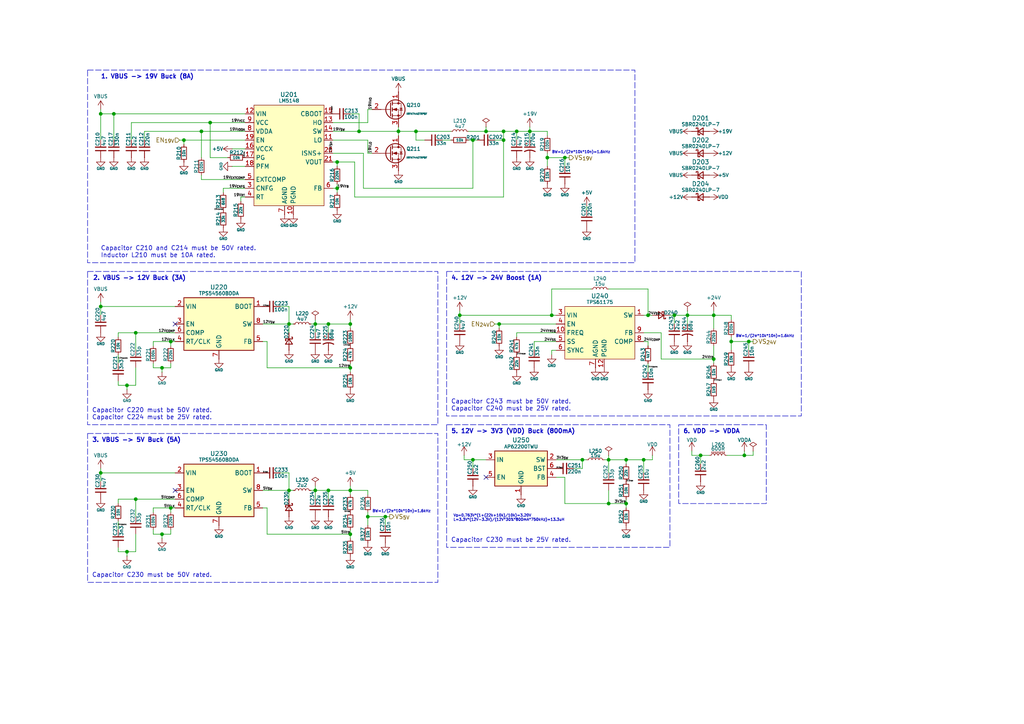
<source format=kicad_sch>
(kicad_sch (version 20250114) (generator "eeschema") (generator_version "9.0")
  (paper "A4")
  (title_block (title "Computing Power Module (CPM), a.k.a. Computing Power Hub") (date "2026-02-25") (rev "2.0") (company "Bluesat OWR"))
  (rectangle (start 25.4 125.73) (end 127 168.91) (stroke (width 0) (type dash)))
  (rectangle (start 196.85 123.19) (end 222.25 146.05) (stroke (width 0) (type dash)))
  (rectangle (start 129.54 78.74) (end 232.41 120.65) (stroke (width 0) (type dash)))
  (rectangle (start 129.54 123.19) (end 194.31 158.75) (stroke (width 0) (type dash)))
  (rectangle (start 25.4 20.32) (end 184.15 76.2) (stroke (width 0) (type dash)))
  (rectangle (start 25.4 78.74) (end 127 123.19) (stroke (width 0) (type dash)))
  (text "Capacitor C220 must be 50V rated.\nCapacitor C224 must be 25V rated." (at 26.67 121.92 0) (effects (font (size 1.27 1.27)) (justify left bottom)))
  (text "6. VDD -> VDDA" (at 198.12 124.46 0) (effects (font (size 1.27 1.27) (thickness 0.254) (bold yes)) (justify left top)))
  (text "BW=1/(2π*10k*10n)=1.6kHz" (at 160.02 43.815 0) (effects (font (size 0.762 0.762)) (justify left top)))
  (text "2. VBUS -> 12V Buck (3A)" (at 26.924 80.01 0) (effects (font (size 1.27 1.27) (thickness 0.254) (bold yes)) (justify left top)))
  (text "Capacitor C210 and C214 must be 50V rated.\nInductor L210 must be 10A rated." (at 29.21 74.93 0) (effects (font (size 1.27 1.27)) (justify left bottom)))
  (text "V_{O}=0.763V*(1+(22k+10k)/10k)=3.20V\nL=3.3V*(12V-3.3V)/(12V*30%*800mA*750kHz)=13.3uH" (at 131.445 149.225 0) (effects (font (size 0.762 0.762)) (justify left top)))
  (text "BW=1/(2π*10k*10n)=1.6kHz" (at 107.95 147.955 0) (effects (font (size 0.762 0.762)) (justify left top)))
  (text "5. 12V -> 3V3 (VDD) Buck (800mA)" (at 130.81 124.46 0) (effects (font (size 1.27 1.27) (thickness 0.254) (bold yes)) (justify left top)))
  (text "Capacitor C230 must be 25V rated." (at 130.81 157.48 0) (effects (font (size 1.27 1.27)) (justify left bottom)))
  (text "BW=1/(2π*10k*10n)=1.6kHz" (at 213.36 97.155 0) (effects (font (size 0.762 0.762)) (justify left top)))
  (text "Capacitor C230 must be 50V rated." (at 26.67 167.64 0) (effects (font (size 1.27 1.27)) (justify left bottom)))
  (text "3. VBUS -> 5V Buck (5A)" (at 26.67 127 0) (effects (font (size 1.27 1.27) (thickness 0.254) (bold yes)) (justify left top)))
  (text "1. VBUS -> 19V Buck (8A)" (at 29.21 21.59 0) (effects (font (size 1.27 1.27) (thickness 0.254) (bold yes)) (justify left top)))
  (text "4. 12V -> 24V Boost (1A)" (at 130.81 80.01 0) (effects (font (size 1.27 1.27) (thickness 0.254) (bold yes)) (justify left top)))
  (text "Capacitor C243 must be 50V rated.\nCapacitor C240 must be 25V rated." (at 130.81 119.38 0) (effects (font (size 1.27 1.27)) (justify left bottom)))
  (junction (at 186.69 133.35))
  (junction (at 168.91 133.35))
  (junction (at 36.83 160.02))
  (junction (at 215.9 132.08))
  (junction (at 133.35 91.44))
  (junction (at 176.53 133.35))
  (junction (at 95.25 142.24))
  (junction (at 101.6 154.94))
  (junction (at 176.53 146.05))
  (junction (at 46.99 154.94))
  (junction (at 149.86 38.1))
  (junction (at 207.01 104.14))
  (junction (at 137.16 133.35))
  (junction (at 146.05 40.64))
  (junction (at 199.39 91.44))
  (junction (at 39.37 144.78))
  (junction (at 29.21 137.16))
  (junction (at 49.53 147.32))
  (junction (at 97.79 46.99))
  (junction (at 195.58 91.44))
  (junction (at 60.96 35.56))
  (junction (at 115.57 38.1))
  (junction (at 158.75 45.72))
  (junction (at 97.79 54.61))
  (junction (at 212.09 99.06))
  (junction (at 36.83 111.76))
  (junction (at 181.61 146.05))
  (junction (at 217.17 99.06))
  (junction (at 207.01 91.44))
  (junction (at 111.76 149.86))
  (junction (at 160.02 91.44))
  (junction (at 137.16 40.64))
  (junction (at 83.82 142.24))
  (junction (at 46.99 106.68))
  (junction (at 91.44 93.98))
  (junction (at 29.21 33.02))
  (junction (at 91.44 142.24))
  (junction (at 163.83 45.72))
  (junction (at 101.6 106.68))
  (junction (at 101.6 93.98))
  (junction (at 203.2 132.08))
  (junction (at 120.65 38.1))
  (junction (at 181.61 133.35))
  (junction (at 29.21 88.9))
  (junction (at 144.78 93.98))
  (junction (at 146.05 38.1))
  (junction (at 101.6 142.24))
  (junction (at 140.97 38.1))
  (junction (at 53.34 40.64))
  (junction (at 95.25 93.98))
  (junction (at 33.02 33.02))
  (junction (at 83.82 93.98))
  (junction (at 39.37 96.52))
  (junction (at 49.53 99.06))
  (junction (at 187.96 91.44))
  (junction (at 104.14 38.1))
  (junction (at 153.67 38.1))
  (junction (at 106.68 149.86))
  (junction (at 58.42 38.1))
  (no_connect (at 50.8 142.24))
  (no_connect (at 50.8 93.98))
  (no_connect (at 140.97 138.43))
  (wire (pts (xy 34.29 153.67) (xy 34.29 151.13)))
  (wire (pts (xy 50.8 99.06) (xy 49.53 99.06)))
  (wire (pts (xy 149.86 40.64) (xy 149.86 38.1)))
  (wire (pts (xy 210.82 132.08) (xy 215.9 132.08)))
  (wire (pts (xy 58.42 52.07) (xy 58.42 50.8)))
  (wire (pts (xy 77.47 154.94) (xy 77.47 147.32)))
  (wire (pts (xy 171.45 83.82) (xy 160.02 83.82)))
  (wire (pts (xy 104.14 38.1) (xy 115.57 38.1)))
  (wire (pts (xy 77.47 99.06) (xy 76.2 99.06)))
  (wire (pts (xy 95.25 142.24) (xy 91.44 142.24)))
  (wire (pts (xy 207.01 91.44) (xy 212.09 91.44)))
  (wire (pts (xy 137.16 40.64) (xy 137.16 54.61)))
  (wire (pts (xy 101.6 143.51) (xy 101.6 142.24)))
  (wire (pts (xy 176.53 142.24) (xy 176.53 146.05)))
  (wire (pts (xy 71.12 54.61) (xy 64.77 54.61)))
  (wire (pts (xy 170.18 59.69) (xy 170.18 60.96)))
  (wire (pts (xy 44.45 99.06) (xy 44.45 100.33)))
  (wire (pts (xy 105.41 54.61) (xy 137.16 54.61)))
  (wire (pts (xy 168.91 133.35) (xy 170.18 133.35)))
  (wire (pts (xy 36.83 160.02) (xy 34.29 160.02)))
  (wire (pts (xy 189.23 133.35) (xy 189.23 132.08)))
  (wire (pts (xy 44.45 154.94) (xy 46.99 154.94)))
  (wire (pts (xy 207.01 100.33) (xy 207.01 104.14)))
  (wire (pts (xy 111.76 149.86) (xy 113.03 149.86)))
  (wire (pts (xy 101.6 154.94) (xy 77.47 154.94)))
  (wire (pts (xy 77.47 106.68) (xy 77.47 99.06)))
  (wire (pts (xy 203.2 132.08) (xy 203.2 134.62)))
  (wire (pts (xy 101.6 93.98) (xy 95.25 93.98)))
  (wire (pts (xy 191.77 104.14) (xy 207.01 104.14)))
  (wire (pts (xy 106.68 149.86) (xy 106.68 152.4)))
  (wire (pts (xy 203.2 132.08) (xy 205.74 132.08)))
  (wire (pts (xy 49.53 99.06) (xy 44.45 99.06)))
  (wire (pts (xy 195.58 91.44) (xy 195.58 93.98)))
  (wire (pts (xy 186.69 91.44) (xy 187.96 91.44)))
  (wire (pts (xy 95.25 142.24) (xy 95.25 144.78)))
  (wire (pts (xy 153.67 38.1) (xy 149.86 38.1)))
  (wire (pts (xy 95.25 93.98) (xy 95.25 96.52)))
  (wire (pts (xy 29.21 87.63) (xy 29.21 88.9)))
  (wire (pts (xy 120.65 38.1) (xy 120.65 40.64)))
  (wire (pts (xy 187.96 99.06) (xy 187.96 100.33)))
  (wire (pts (xy 81.28 88.9) (xy 83.82 88.9)))
  (wire (pts (xy 106.68 44.45) (xy 106.68 40.64)))
  (wire (pts (xy 29.21 33.02) (xy 33.02 33.02)))
  (wire (pts (xy 101.6 106.68) (xy 77.47 106.68)))
  (wire (pts (xy 176.53 133.35) (xy 175.26 133.35)))
  (wire (pts (xy 101.6 142.24) (xy 95.25 142.24)))
  (wire (pts (xy 158.75 45.72) (xy 158.75 48.26)))
  (wire (pts (xy 212.09 99.06) (xy 217.17 99.06)))
  (wire (pts (xy 115.57 38.1) (xy 115.57 39.37)))
  (wire (pts (xy 91.44 96.52) (xy 91.44 93.98)))
  (wire (pts (xy 64.77 54.61) (xy 64.77 55.88)))
  (wire (pts (xy 153.67 38.1) (xy 158.75 38.1)))
  (wire (pts (xy 149.86 96.52) (xy 161.29 96.52)))
  (wire (pts (xy 46.99 106.68) (xy 46.99 107.95)))
  (wire (pts (xy 36.83 111.76) (xy 36.83 113.03)))
  (wire (pts (xy 39.37 111.76) (xy 36.83 111.76)))
  (wire (pts (xy 187.96 83.82) (xy 176.53 83.82)))
  (wire (pts (xy 153.67 38.1) (xy 153.67 40.64)))
  (wire (pts (xy 36.83 111.76) (xy 34.29 111.76)))
  (wire (pts (xy 137.16 133.35) (xy 140.97 133.35)))
  (wire (pts (xy 44.45 105.41) (xy 44.45 106.68)))
  (wire (pts (xy 49.53 147.32) (xy 44.45 147.32)))
  (wire (pts (xy 29.21 91.44) (xy 29.21 88.9)))
  (wire (pts (xy 39.37 96.52) (xy 39.37 101.6)))
  (wire (pts (xy 53.34 40.64) (xy 53.34 41.91)))
  (wire (pts (xy 143.51 40.64) (xy 146.05 40.64)))
  (wire (pts (xy 49.53 99.06) (xy 49.53 100.33)))
  (wire (pts (xy 135.89 40.64) (xy 137.16 40.64)))
  (wire (pts (xy 60.96 45.72) (xy 60.96 35.56)))
  (wire (pts (xy 140.97 38.1) (xy 146.05 38.1)))
  (wire (pts (xy 29.21 33.02) (xy 29.21 40.64)))
  (wire (pts (xy 133.35 91.44) (xy 160.02 91.44)))
  (wire (pts (xy 158.75 39.37) (xy 158.75 38.1)))
  (wire (pts (xy 194.31 91.44) (xy 195.58 91.44)))
  (wire (pts (xy 38.1 35.56) (xy 60.96 35.56)))
  (wire (pts (xy 158.75 44.45) (xy 158.75 45.72)))
  (wire (pts (xy 83.82 142.24) (xy 83.82 144.78)))
  (wire (pts (xy 146.05 40.64) (xy 146.05 57.15)))
  (wire (pts (xy 38.1 35.56) (xy 38.1 40.64)))
  (wire (pts (xy 181.61 144.78) (xy 181.61 146.05)))
  (wire (pts (xy 96.52 54.61) (xy 97.79 54.61)))
  (wire (pts (xy 128.27 40.64) (xy 130.81 40.64)))
  (wire (pts (xy 71.12 57.15) (xy 69.85 57.15)))
  (wire (pts (xy 186.69 133.35) (xy 189.23 133.35)))
  (wire (pts (xy 160.02 101.6) (xy 160.02 102.87)))
  (wire (pts (xy 160.02 83.82) (xy 160.02 91.44)))
  (wire (pts (xy 36.83 160.02) (xy 36.83 161.29)))
  (wire (pts (xy 106.68 31.75) (xy 106.68 35.56)))
  (wire (pts (xy 81.28 137.16) (xy 83.82 137.16)))
  (wire (pts (xy 44.45 106.68) (xy 46.99 106.68)))
  (wire (pts (xy 39.37 144.78) (xy 50.8 144.78)))
  (wire (pts (xy 34.29 96.52) (xy 34.29 97.79)))
  (wire (pts (xy 33.02 33.02) (xy 71.12 33.02)))
  (wire (pts (xy 176.53 146.05) (xy 181.61 146.05)))
  (wire (pts (xy 49.53 147.32) (xy 49.53 148.59)))
  (wire (pts (xy 218.44 132.08) (xy 215.9 132.08)))
  (wire (pts (xy 101.6 33.02) (xy 104.14 33.02)))
  (wire (pts (xy 52.07 40.64) (xy 53.34 40.64)))
  (wire (pts (xy 217.17 99.06) (xy 217.17 101.6)))
  (wire (pts (xy 107.95 31.75) (xy 106.68 31.75)))
  (wire (pts (xy 161.29 101.6) (xy 160.02 101.6)))
  (wire (pts (xy 166.37 135.89) (xy 168.91 135.89)))
  (wire (pts (xy 34.29 144.78) (xy 34.29 146.05)))
  (wire (pts (xy 104.14 33.02) (xy 104.14 38.1)))
  (wire (pts (xy 163.83 45.72) (xy 163.83 48.26)))
  (wire (pts (xy 96.52 40.64) (xy 106.68 40.64)))
  (wire (pts (xy 34.29 111.76) (xy 34.29 110.49)))
  (wire (pts (xy 105.41 44.45) (xy 96.52 44.45)))
  (wire (pts (xy 101.6 140.97) (xy 101.6 142.24)))
  (wire (pts (xy 176.53 132.08) (xy 176.53 133.35)))
  (wire (pts (xy 101.6 95.25) (xy 101.6 93.98)))
  (wire (pts (xy 95.25 93.98) (xy 91.44 93.98)))
  (wire (pts (xy 176.53 146.05) (xy 163.83 146.05)))
  (wire (pts (xy 168.91 133.35) (xy 168.91 135.89)))
  (wire (pts (xy 120.65 38.1) (xy 115.57 38.1)))
  (wire (pts (xy 83.82 93.98) (xy 85.09 93.98)))
  (wire (pts (xy 158.75 45.72) (xy 163.83 45.72)))
  (wire (pts (xy 218.44 130.81) (xy 218.44 132.08)))
  (wire (pts (xy 106.68 143.51) (xy 106.68 142.24)))
  (wire (pts (xy 60.96 35.56) (xy 71.12 35.56)))
  (wire (pts (xy 144.78 93.98) (xy 144.78 95.25)))
  (wire (pts (xy 212.09 99.06) (xy 212.09 101.6)))
  (wire (pts (xy 91.44 93.98) (xy 90.17 93.98)))
  (wire (pts (xy 44.45 153.67) (xy 44.45 154.94)))
  (wire (pts (xy 49.53 153.67) (xy 49.53 154.94)))
  (wire (pts (xy 163.83 138.43) (xy 161.29 138.43)))
  (wire (pts (xy 191.77 96.52) (xy 191.77 104.14)))
  (wire (pts (xy 176.53 133.35) (xy 176.53 137.16)))
  (wire (pts (xy 215.9 132.08) (xy 215.9 130.81)))
  (wire (pts (xy 181.61 133.35) (xy 186.69 133.35)))
  (wire (pts (xy 107.95 44.45) (xy 106.68 44.45)))
  (wire (pts (xy 217.17 99.06) (xy 218.44 99.06)))
  (wire (pts (xy 83.82 93.98) (xy 83.82 96.52)))
  (wire (pts (xy 29.21 88.9) (xy 50.8 88.9)))
  (wire (pts (xy 29.21 139.7) (xy 29.21 137.16)))
  (wire (pts (xy 140.97 36.83) (xy 140.97 38.1)))
  (wire (pts (xy 96.52 35.56) (xy 106.68 35.56)))
  (wire (pts (xy 200.66 132.08) (xy 203.2 132.08)))
  (wire (pts (xy 207.01 91.44) (xy 207.01 95.25)))
  (wire (pts (xy 181.61 146.05) (xy 181.61 147.32)))
  (wire (pts (xy 39.37 96.52) (xy 50.8 96.52)))
  (wire (pts (xy 153.67 36.83) (xy 153.67 38.1)))
  (wire (pts (xy 49.53 154.94) (xy 46.99 154.94)))
  (wire (pts (xy 97.79 46.99) (xy 96.52 46.99)))
  (wire (pts (xy 67.31 48.26) (xy 71.12 48.26)))
  (wire (pts (xy 105.41 54.61) (xy 105.41 44.45)))
  (wire (pts (xy 176.53 133.35) (xy 181.61 133.35)))
  (wire (pts (xy 212.09 97.79) (xy 212.09 99.06)))
  (wire (pts (xy 49.53 105.41) (xy 49.53 106.68)))
  (wire (pts (xy 50.8 147.32) (xy 49.53 147.32)))
  (wire (pts (xy 163.83 146.05) (xy 163.83 138.43)))
  (wire (pts (xy 46.99 154.94) (xy 46.99 156.21)))
  (wire (pts (xy 212.09 92.71) (xy 212.09 91.44)))
  (wire (pts (xy 83.82 142.24) (xy 76.2 142.24)))
  (wire (pts (xy 163.83 45.72) (xy 165.1 45.72)))
  (wire (pts (xy 91.44 140.97) (xy 91.44 142.24)))
  (wire (pts (xy 101.6 153.67) (xy 101.6 154.94)))
  (wire (pts (xy 67.31 43.18) (xy 71.12 43.18)))
  (wire (pts (xy 133.35 90.17) (xy 133.35 91.44)))
  (wire (pts (xy 137.16 133.35) (xy 137.16 135.89)))
  (wire (pts (xy 91.44 92.71) (xy 91.44 93.98)))
  (wire (pts (xy 101.6 105.41) (xy 101.6 106.68)))
  (wire (pts (xy 115.57 38.1) (xy 115.57 36.83)))
  (wire (pts (xy 29.21 31.75) (xy 29.21 33.02)))
  (wire (pts (xy 34.29 96.52) (xy 39.37 96.52)))
  (wire (pts (xy 97.79 46.99) (xy 97.79 48.26)))
  (wire (pts (xy 207.01 90.17) (xy 207.01 91.44)))
  (wire (pts (xy 106.68 149.86) (xy 111.76 149.86)))
  (wire (pts (xy 160.02 91.44) (xy 161.29 91.44)))
  (wire (pts (xy 149.86 97.79) (xy 149.86 96.52)))
  (wire (pts (xy 91.44 144.78) (xy 91.44 142.24)))
  (wire (pts (xy 91.44 142.24) (xy 90.17 142.24)))
  (wire (pts (xy 58.42 38.1) (xy 71.12 38.1)))
  (wire (pts (xy 29.21 135.89) (xy 29.21 137.16)))
  (wire (pts (xy 134.62 133.35) (xy 134.62 132.08)))
  (wire (pts (xy 181.61 134.62) (xy 181.61 133.35)))
  (wire (pts (xy 39.37 160.02) (xy 36.83 160.02)))
  (wire (pts (xy 102.87 57.15) (xy 102.87 46.99)))
  (wire (pts (xy 83.82 137.16) (xy 83.82 142.24)))
  (wire (pts (xy 53.34 40.64) (xy 71.12 40.64)))
  (wire (pts (xy 111.76 149.86) (xy 111.76 152.4)))
  (wire (pts (xy 135.89 38.1) (xy 140.97 38.1)))
  (wire (pts (xy 137.16 40.64) (xy 138.43 40.64)))
  (wire (pts (xy 102.87 57.15) (xy 146.05 57.15)))
  (wire (pts (xy 39.37 144.78) (xy 39.37 149.86)))
  (wire (pts (xy 130.81 38.1) (xy 120.65 38.1)))
  (wire (pts (xy 186.69 96.52) (xy 191.77 96.52)))
  (wire (pts (xy 49.53 106.68) (xy 46.99 106.68)))
  (wire (pts (xy 96.52 38.1) (xy 104.14 38.1)))
  (wire (pts (xy 187.96 91.44) (xy 187.96 83.82)))
  (wire (pts (xy 134.62 133.35) (xy 137.16 133.35)))
  (wire (pts (xy 69.85 57.15) (xy 69.85 58.42)))
  (wire (pts (xy 34.29 105.41) (xy 34.29 102.87)))
  (wire (pts (xy 146.05 38.1) (xy 146.05 40.64)))
  (wire (pts (xy 161.29 133.35) (xy 168.91 133.35)))
  (wire (pts (xy 29.21 137.16) (xy 50.8 137.16)))
  (wire (pts (xy 199.39 91.44) (xy 207.01 91.44)))
  (wire (pts (xy 101.6 106.68) (xy 101.6 107.95)))
  (wire (pts (xy 58.42 38.1) (xy 58.42 45.72)))
  (wire (pts (xy 41.91 38.1) (xy 58.42 38.1)))
  (wire (pts (xy 101.6 92.71) (xy 101.6 93.98)))
  (wire (pts (xy 83.82 88.9) (xy 83.82 93.98)))
  (wire (pts (xy 133.35 93.98) (xy 133.35 91.44)))
  (wire (pts (xy 97.79 46.99) (xy 102.87 46.99)))
  (wire (pts (xy 120.65 40.64) (xy 123.19 40.64)))
  (wire (pts (xy 106.68 148.59) (xy 106.68 149.86)))
  (wire (pts (xy 207.01 104.14) (xy 207.01 105.41)))
  (wire (pts (xy 39.37 154.94) (xy 39.37 160.02)))
  (wire (pts (xy 77.47 147.32) (xy 76.2 147.32)))
  (wire (pts (xy 101.6 142.24) (xy 106.68 142.24)))
  (wire (pts (xy 161.29 99.06) (xy 154.94 99.06)))
  (wire (pts (xy 41.91 38.1) (xy 41.91 40.64)))
  (wire (pts (xy 195.58 91.44) (xy 199.39 91.44)))
  (wire (pts (xy 199.39 90.17) (xy 199.39 91.44)))
  (wire (pts (xy 187.96 105.41) (xy 187.96 107.95)))
  (wire (pts (xy 144.78 93.98) (xy 161.29 93.98)))
  (wire (pts (xy 200.66 132.08) (xy 200.66 130.81)))
  (wire (pts (xy 146.05 38.1) (xy 149.86 38.1)))
  (wire (pts (xy 83.82 93.98) (xy 76.2 93.98)))
  (wire (pts (xy 186.69 137.16) (xy 186.69 133.35)))
  (wire (pts (xy 34.29 160.02) (xy 34.29 158.75)))
  (wire (pts (xy 58.42 52.07) (xy 71.12 52.07)))
  (wire (pts (xy 101.6 154.94) (xy 101.6 156.21)))
  (wire (pts (xy 83.82 142.24) (xy 85.09 142.24)))
  (wire (pts (xy 154.94 99.06) (xy 154.94 101.6)))
  (wire (pts (xy 44.45 147.32) (xy 44.45 148.59)))
  (wire (pts (xy 60.96 45.72) (xy 66.04 45.72)))
  (wire (pts (xy 97.79 53.34) (xy 97.79 54.61)))
  (wire (pts (xy 186.69 99.06) (xy 187.96 99.06)))
  (wire (pts (xy 33.02 33.02) (xy 33.02 40.64)))
  (wire (pts (xy 97.79 54.61) (xy 97.79 55.88)))
  (wire (pts (xy 143.51 93.98) (xy 144.78 93.98)))
  (wire (pts (xy 199.39 91.44) (xy 199.39 93.98)))
  (wire (pts (xy 39.37 106.68) (xy 39.37 111.76)))
  (wire (pts (xy 34.29 144.78) (xy 39.37 144.78)))
  (wire (pts (xy 187.96 91.44) (xy 189.23 91.44)))
  (label "24V_{FBLM}" (at 207.01 110.49 0) (effects (font (size 0.381 0.381))))
  (label "24V_{FREQM}" (at 149.86 102.87 0) (effects (font (size 0.381 0.381))))
  (label "5V_{SW}" (at 76.2 142.24 0) (effects (font (size 0.762 0.762))))
  (label "19V_{PG}" (at 71.12 45.72 90) (effects (font (size 0.381 0.381))))
  (label "5V_{FBM}" (at 101.6 148.59 180) (effects (font (size 0.381 0.381))))
  (label "3V3_{FBM}" (at 181.61 139.7 0) (effects (font (size 0.381 0.381))))
  (label "5V_{CLK}" (at 50.8 147.32 180) (effects (font (size 0.762 0.762))))
  (label "12V_{COMP}" (at 50.8 96.52 180) (effects (font (size 0.762 0.762))))
  (label "19V_{FB}" (at 97.79 54.61 0) (effects (font (size 0.762 0.762))))
  (label "24V_{COMPM}" (at 187.96 106.68 0) (effects (font (size 0.381 0.381))))
  (label "19V_{BOOT}" (at 96.52 33.02 90) (effects (font (size 0.381 0.381))))
  (label "24V_{COMP}" (at 186.69 99.06 0) (effects (font (size 0.762 0.762))))
  (label "19V_{HO}" (at 107.95 31.75 90) (effects (font (size 0.762 0.762))))
  (label "19V_{CNFGM}" (at 64.77 60.96 180) (effects (font (size 0.381 0.381))))
  (label "24V_{FB}" (at 207.01 104.14 180) (effects (font (size 0.762 0.762))))
  (label "5V_{BST}" (at 76.2 137.16 0) (effects (font (size 0.381 0.381))))
  (label "5V_{FB}" (at 101.6 154.94 180) (effects (font (size 0.762 0.762))))
  (label "12V_{FBM}" (at 101.6 100.33 180) (effects (font (size 0.381 0.381))))
  (label "24V_{SS}" (at 161.29 99.06 180) (effects (font (size 0.762 0.762))))
  (label "3V3_{BST}" (at 161.29 135.89 0) (effects (font (size 0.381 0.381))))
  (label "24V_{SW}" (at 187.96 91.44 0) (effects (font (size 0.762 0.762))))
  (label "12V_{BST}" (at 76.2 88.9 0) (effects (font (size 0.381 0.381))))
  (label "19V_{VCC}" (at 71.12 35.56 180) (effects (font (size 0.762 0.762))))
  (label "5V_{COMP}" (at 50.8 144.78 180) (effects (font (size 0.762 0.762))))
  (label "5V_{COMPM}" (at 34.29 152.4 0) (effects (font (size 0.381 0.381))))
  (label "24V_{FREQ}" (at 161.29 96.52 180) (effects (font (size 0.762 0.762))))
  (label "19V_{SW}" (at 96.52 38.1 0) (effects (font (size 0.762 0.762))))
  (label "19V_{RT}" (at 71.12 57.15 180) (effects (font (size 0.762 0.762))))
  (label "12V_{COMPM}" (at 34.29 104.14 0) (effects (font (size 0.381 0.381))))
  (label "19V_{SH}" (at 96.52 44.45 90) (effects (font (size 0.762 0.762))))
  (label "19V_{CNFG}" (at 71.12 54.61 180) (effects (font (size 0.762 0.762))))
  (label "3V3_{FB}" (at 181.61 146.05 180) (effects (font (size 0.762 0.762))))
  (label "12V_{SW}" (at 76.2 93.98 0) (effects (font (size 0.762 0.762))))
  (label "19V_{EXTCOMP}" (at 71.12 52.07 180) (effects (font (size 0.762 0.762))))
  (label "12V_{CLK}" (at 50.8 99.06 180) (effects (font (size 0.762 0.762))))
  (label "19V_{LO}" (at 107.95 44.45 90) (effects (font (size 0.762 0.762))))
  (label "3V3_{SW}" (at 161.29 133.35 0) (effects (font (size 0.762 0.762))))
  (label "12V_{FB}" (at 101.6 106.68 180) (effects (font (size 0.762 0.762))))
  (label "19V_{VDDA}" (at 71.12 38.1 180) (effects (font (size 0.762 0.762))))
  (hierarchical_label "VS_{24V}" (shape output) (at 218.44 99.06 0))
  (hierarchical_label "VS_{5V}" (shape output) (at 113.03 149.86 0))
  (hierarchical_label "EN_{24V}" (shape input) (at 143.51 93.98 180))
  (hierarchical_label "EN_{19V}" (shape input) (at 52.07 40.64 180))
  (hierarchical_label "VS_{19V}" (shape output) (at 165.1 45.72 0))
  (symbol (lib_id "power:VBUS") (at 29.21 31.75 0) (unit 1)
    (property "Reference" "#PWR0244" (effects (hide yes)))
    (property "Value" "VBUS" (at 29.21 27.94 0) (effects (font (size 1.016 1.016))))
    (property "Description" "Power symbol creates a global label with name \"VBUS\"" (effects (hide yes)))
  )
  (symbol (lib_id "Bluesat:R_CompactV") (at 144.78 97.79 0) (unit 1)
    (property "Reference" "R240" (at 143.891 97.79 90) (effects (font (size 1.016 1.016)) (justify bottom)))
    (property "Value" "10k" (at 144.78 97.79 90) (effects (font (size 0.762 0.762))))
    (property "Footprint" "Resistor_SMD:R_0402_1005Metric" (effects (hide yes)))
    (property "Description" "Resistor, compact symbol" (effects (hide yes)))
  )
  (symbol (lib_id "Device:C_Polarized_Small_US") (at 199.39 96.52 0) (unit 1)
    (property "Reference" "C244" (at 198.501 95.885 90) (effects (font (size 1.016 1.016)) (justify left)))
    (property "Value" "68u" (at 200.279 95.885 90) (effects (font (size 1.016 1.016)) (justify left)))
    (property "Footprint" "Capacitor_SMD:CP_Elec_6.3x7.7" (effects (hide yes)))
    (property "Description" "Polarized capacitor, small US symbol" (effects (hide yes)))
  )
  (symbol (lib_id "Bluesat:C_CompactV") (at 91.44 147.32 0) (unit 1)
    (property "Reference" "C234" (at 90.551 146.558 90) (effects (font (size 1.016 1.016)) (justify left)))
    (property "Value" "22u" (at 92.329 146.558 90) (effects (font (size 1.016 1.016)) (justify left)))
    (property "Footprint" "Capacitor_SMD:C_1210_3225Metric" (effects (hide yes)))
    (property "Description" "Unpolarized capacitor, compact symbol" (effects (hide yes)))
  )
  (symbol (lib_id "Bluesat:R_CompactV") (at 207.01 113.03 0) (unit 1)
    (property "Reference" "R247" (at 206.121 113.03 90) (effects (font (size 1.016 1.016)) (justify bottom)))
    (property "Value" "1k5" (at 207.01 113.03 90) (effects (font (size 0.762 0.762))))
    (property "Footprint" "Resistor_SMD:R_0402_1005Metric" (effects (hide yes)))
    (property "Description" "Resistor, compact symbol" (effects (hide yes)))
  )
  (symbol (lib_id "Bluesat:R_CompactV") (at 212.09 95.25 0) (unit 1)
    (property "Reference" "R248" (at 211.201 95.25 90) (effects (font (size 1.016 1.016)) (justify bottom)))
    (property "Value" "100k" (at 212.09 95.25 90) (effects (font (size 0.762 0.762))))
    (property "Footprint" "Resistor_SMD:R_0402_1005Metric" (effects (hide yes)))
    (property "Description" "Resistor, compact symbol" (effects (hide yes)))
  )
  (symbol (lib_id "power:GND") (at 170.18 66.04 0) (unit 1)
    (property "Reference" "#PWR0260" (effects (hide yes)))
    (property "Value" "GND" (at 170.18 69.215 0) (effects (font (size 0.762 0.762))))
    (property "Description" "Power symbol creates a global label with name \"GND\" , ground" (effects (hide yes)))
  )
  (symbol (lib_id "power:GND") (at 149.86 107.95 0) (unit 1)
    (property "Reference" "#PWR0130" (effects (hide yes)))
    (property "Value" "GND" (at 149.86 111.125 0) (effects (font (size 0.762 0.762))))
    (property "Description" "Power symbol creates a global label with name \"GND\" , ground" (effects (hide yes)))
  )
  (symbol (lib_id "Bluesat:R_CompactV") (at 158.75 50.8 0) (unit 1)
    (property "Reference" "R270" (at 157.861 50.8 90) (effects (font (size 1.016 1.016)) (justify bottom)))
    (property "Value" "10k" (at 158.75 50.8 90) (effects (font (size 0.762 0.762))))
    (property "Footprint" "Resistor_SMD:R_0402_1005Metric" (effects (hide yes)))
    (property "Description" "Resistor, compact symbol" (effects (hide yes)))
  )
  (symbol (lib_id "Bluesat:R_CompactV") (at 149.86 100.33 0) (unit 1)
    (property "Reference" "R241" (at 148.971 100.33 90) (effects (font (size 1.016 1.016)) (justify bottom)))
    (property "Value" "47k" (at 149.86 100.33 90) (effects (font (size 0.762 0.762))))
    (property "Footprint" "Resistor_SMD:R_0402_1005Metric" (effects (hide yes)))
    (property "Description" "Resistor, compact symbol" (effects (hide yes)))
  )
  (symbol (lib_id "Transistor_FET:Q_NMOS_DGS") (at 113.03 44.45 0) (unit 1)
    (property "Reference" "Q211" (at 117.856 43.18 0) (effects (font (size 1.016 1.016)) (justify left)))
    (property "Value" "IRFH7440TRPBF" (at 117.856 45.72 0) (effects (font (size 0.508 0.508)) (justify left)))
    (property "Footprint" "Bluesat:PQFN_5x6mm_E_DGS" (effects (hide yes)))
    (property "Description" "N-MOSFET transistor, drain/gate/source" (effects (hide yes)))
  )
  (symbol (lib_id "Device:C_Polarized_Small_US") (at 95.25 99.06 0) (unit 1)
    (property "Reference" "C225" (at 94.361 98.425 90) (effects (font (size 1.016 1.016)) (justify left)))
    (property "Value" "68u" (at 96.139 98.425 90) (effects (font (size 1.016 1.016)) (justify left)))
    (property "Footprint" "Capacitor_SMD:CP_Elec_6.3x7.7" (effects (hide yes)))
    (property "Description" "Polarized capacitor, small US symbol" (effects (hide yes)))
  )
  (symbol (lib_id "power:+12V") (at 200.66 57.15 90) (unit 1)
    (property "Reference" "#PWR0265" (effects (hide yes)))
    (property "Value" "+12V" (at 196.088 57.15 90) (effects (font (size 1.016 1.016))))
    (property "Description" "Power symbol creates a global label with name \"+12V\"" (effects (hide yes)))
  )
  (symbol (lib_id "Bluesat:C_CompactV") (at 111.76 154.94 0) (mirror y) (unit 1)
    (property "Reference" "C236" (at 110.871 154.178 90) (effects (font (size 1.016 1.016)) (justify left)))
    (property "Value" "10n" (at 112.649 154.178 90) (effects (font (size 1.016 1.016)) (justify left)))
    (property "Footprint" "Capacitor_SMD:C_0402_1005Metric" (effects (hide yes)))
    (property "Description" "Unpolarized capacitor, compact symbol" (effects (hide yes)))
  )
  (symbol (lib_id "power:PWR_FLAG") (at 91.44 140.97 0) (unit 1)
    (property "Reference" "#FLG0103" (effects (hide yes)))
    (property "Value" "PWR_FLAG" (effects (hide yes)))
    (property "Description" "Special symbol for telling ERC where power comes from" (effects (hide yes)))
  )
  (symbol (lib_id "power:+12V") (at 133.35 90.17 0) (unit 1)
    (property "Reference" "#PWR0206" (effects (hide yes)))
    (property "Value" "+12V" (at 133.35 86.36 0) (effects (font (size 1.016 1.016))))
    (property "Description" "Power symbol creates a global label with name \"+12V\"" (effects (hide yes)))
  )
  (symbol (lib_id "Bluesat:C_CompactV") (at 41.91 43.18 0) (unit 1)
    (property "Reference" "C212" (at 41.021 42.418 90) (effects (font (size 1.016 1.016)) (justify left)))
    (property "Value" "220n" (at 42.799 42.418 90) (effects (font (size 1.016 1.016)) (justify left)))
    (property "Footprint" "Capacitor_SMD:C_0402_1005Metric" (effects (hide yes)))
    (property "Description" "Unpolarized capacitor, compact symbol" (effects (hide yes)))
  )
  (symbol (lib_id "Bluesat:C_CompactV") (at 154.94 104.14 0) (unit 1)
    (property "Reference" "C241" (at 154.051 103.378 90) (effects (font (size 1.016 1.016)) (justify left)))
    (property "Value" "33n" (at 155.829 103.378 90) (effects (font (size 1.016 1.016)) (justify left)))
    (property "Footprint" "Capacitor_SMD:C_0402_1005Metric" (effects (hide yes)))
    (property "Description" "Unpolarized capacitor, compact symbol" (effects (hide yes)))
  )
  (symbol (lib_id "power:+5V") (at 101.6 140.97 0) (unit 1)
    (property "Reference" "#PWR0137" (effects (hide yes)))
    (property "Value" "+5V" (at 101.6 137.16 0) (effects (font (size 1.016 1.016))))
    (property "Description" "Power symbol creates a global label with name \"+5V\"" (effects (hide yes)))
  )
  (symbol (lib_id "Bluesat:R_CompactV") (at 187.96 102.87 0) (unit 1)
    (property "Reference" "R243" (at 187.071 102.87 90) (effects (font (size 1.016 1.016)) (justify bottom)))
    (property "Value" "4k7" (at 187.96 102.87 90) (effects (font (size 0.762 0.762))))
    (property "Footprint" "Resistor_SMD:R_0402_1005Metric" (effects (hide yes)))
    (property "Description" "Resistor, compact symbol" (effects (hide yes)))
  )
  (symbol (lib_id "Bluesat:C_CompactV") (at 38.1 43.18 0) (unit 1)
    (property "Reference" "C211" (at 37.211 42.418 90) (effects (font (size 1.016 1.016)) (justify left)))
    (property "Value" "2u2" (at 38.989 42.418 90) (effects (font (size 1.016 1.016)) (justify left)))
    (property "Footprint" "Capacitor_SMD:C_0603_1608Metric" (effects (hide yes)))
    (property "Description" "Unpolarized capacitor, compact symbol" (effects (hide yes)))
  )
  (symbol (lib_id "power:GND") (at 101.6 113.03 0) (unit 1)
    (property "Reference" "#PWR0119" (effects (hide yes)))
    (property "Value" "GND" (at 101.6 116.205 0) (effects (font (size 0.762 0.762))))
    (property "Description" "Power symbol creates a global label with name \"GND\" , ground" (effects (hide yes)))
  )
  (symbol (lib_id "Device:L_Small") (at 172.72 133.35 90) (unit 1)
    (property "Reference" "L250" (at 172.72 130.81 90) (effects (font (size 1.016 1.016))))
    (property "Value" "15u" (at 172.72 132.08 90) (effects (font (size 1.016 1.016))))
    (property "Footprint" "Inductor_SMD:L_Changjiang_FNR5040S" (effects (hide yes)))
    (property "Description" "Inductor, small symbol" (effects (hide yes)))
  )
  (symbol (lib_id "Bluesat:+19V") (at 153.67 36.83 0) (unit 1)
    (property "Reference" "#PWR0255" (effects (hide yes)))
    (property "Value" "+19V" (at 153.67 33.02 0) (effects (font (size 1.016 1.016))))
    (property "Description" "Power symbol creates a global label with name \"+19V\"" (effects (hide yes)))
  )
  (symbol (lib_id "Bluesat:R_CompactV") (at 97.79 58.42 0) (unit 1)
    (property "Reference" "R217" (at 96.901 58.42 90) (effects (font (size 1.016 1.016)) (justify bottom)))
    (property "Value" "10k" (at 97.79 58.42 90) (effects (font (size 0.762 0.762))))
    (property "Footprint" "Resistor_SMD:R_0402_1005Metric" (effects (hide yes)))
    (property "Description" "Resistor, compact symbol" (effects (hide yes)))
  )
  (symbol (lib_id "Bluesat:C_CompactV") (at 29.21 93.98 0) (unit 1)
    (property "Reference" "C220" (at 28.321 93.218 90) (effects (font (size 1.016 1.016)) (justify left)))
    (property "Value" "4u7" (at 30.099 93.218 90) (effects (font (size 1.016 1.016)) (justify left)))
    (property "Footprint" "Capacitor_SMD:C_1210_3225Metric" (effects (hide yes)))
    (property "Description" "Unpolarized capacitor, compact symbol" (effects (hide yes)))
  )
  (symbol (lib_id "power:GND") (at 83.82 149.86 0) (unit 1)
    (property "Reference" "#PWR0139" (effects (hide yes)))
    (property "Value" "GND" (at 83.82 153.035 0) (effects (font (size 0.762 0.762))))
    (property "Description" "Power symbol creates a global label with name \"GND\" , ground" (effects (hide yes)))
  )
  (symbol (lib_id "Bluesat:C_CompactV") (at 39.37 104.14 0) (unit 1)
    (property "Reference" "C222" (at 38.481 103.378 90) (effects (font (size 1.016 1.016)) (justify left)))
    (property "Value" "33p" (at 40.259 103.378 90) (effects (font (size 1.016 1.016)) (justify left)))
    (property "Footprint" "Capacitor_SMD:C_0402_1005Metric" (effects (hide yes)))
    (property "Description" "Unpolarized capacitor, compact symbol" (effects (hide yes)))
  )
  (symbol (lib_id "power:GND") (at 187.96 113.03 0) (unit 1)
    (property "Reference" "#PWR0126" (effects (hide yes)))
    (property "Value" "GND" (at 187.96 116.205 0) (effects (font (size 0.762 0.762))))
    (property "Description" "Power symbol creates a global label with name \"GND\" , ground" (effects (hide yes)))
  )
  (symbol (lib_id "Device:L_Small") (at 87.63 142.24 90) (unit 1)
    (property "Reference" "L230" (at 87.63 139.192 90) (effects (font (size 1.016 1.016))))
    (property "Value" "2u2" (at 87.63 140.716 90) (effects (font (size 1.016 1.016))))
    (property "Footprint" "Inductor_SMD:L_Changjiang_FXL0630" (effects (hide yes)))
    (property "Description" "Inductor, small symbol" (effects (hide yes)))
  )
  (symbol (lib_id "Bluesat:R_CompactV") (at 49.53 151.13 0) (unit 1)
    (property "Reference" "R232" (at 48.641 151.13 90) (effects (font (size 1.016 1.016)) (justify bottom)))
    (property "Value" "220k" (at 49.53 151.13 90) (effects (font (size 0.762 0.762))))
    (property "Footprint" "Resistor_SMD:R_0402_1005Metric" (effects (hide yes)))
    (property "Description" "Resistor, compact symbol" (effects (hide yes)))
  )
  (symbol (lib_id "Bluesat:C_CompactV") (at 34.29 156.21 0) (unit 1)
    (property "Reference" "C231" (at 33.401 155.448 90) (effects (font (size 1.016 1.016)) (justify left)))
    (property "Value" "3n3" (at 35.179 155.448 90) (effects (font (size 1.016 1.016)) (justify left)))
    (property "Footprint" "Capacitor_SMD:C_0402_1005Metric" (effects (hide yes)))
    (property "Description" "Unpolarized capacitor, compact symbol" (effects (hide yes)))
  )
  (symbol (lib_id "power:GND") (at 29.21 45.72 0) (unit 1)
    (property "Reference" "#PWR0252" (effects (hide yes)))
    (property "Value" "GND" (at 29.21 48.895 0) (effects (font (size 0.762 0.762))))
    (property "Description" "Power symbol creates a global label with name \"GND\" , ground" (effects (hide yes)))
  )
  (symbol (lib_id "power:VBUS") (at 115.57 26.67 0) (unit 1)
    (property "Reference" "#PWR0243" (effects (hide yes)))
    (property "Value" "VBUS" (at 115.57 22.86 0) (effects (font (size 1.016 1.016))))
    (property "Description" "Power symbol creates a global label with name \"VBUS\"" (effects (hide yes)))
  )
  (symbol (lib_id "Bluesat:+19V") (at 205.74 38.1 270) (unit 1)
    (property "Reference" "#PWR0261" (effects (hide yes)))
    (property "Value" "+19V" (at 210.312 38.1 90) (effects (font (size 1.016 1.016))))
    (property "Description" "Power symbol creates a global label with name \"+19V\"" (effects (hide yes)))
  )
  (symbol (lib_id "Bluesat:R_CompactV") (at 181.61 149.86 0) (unit 1)
    (property "Reference" "R252" (at 180.721 149.86 90) (effects (font (size 1.016 1.016)) (justify bottom)))
    (property "Value" "10k" (at 181.61 149.86 90) (effects (font (size 0.762 0.762))))
    (property "Footprint" "Resistor_SMD:R_0402_1005Metric" (effects (hide yes)))
    (property "Description" "Resistor, compact symbol" (effects (hide yes)))
  )
  (symbol (lib_id "power:GND") (at 217.17 106.68 0) (unit 1)
    (property "Reference" "#PWR0147" (effects (hide yes)))
    (property "Value" "GND" (at 217.17 109.855 0) (effects (font (size 0.762 0.762))))
    (property "Description" "Power symbol creates a global label with name \"GND\" , ground" (effects (hide yes)))
  )
  (symbol (lib_id "power:GND") (at 181.61 152.4 0) (unit 1)
    (property "Reference" "#PWR0135" (effects (hide yes)))
    (property "Value" "GND" (at 181.61 155.575 0) (effects (font (size 0.762 0.762))))
    (property "Description" "Power symbol creates a global label with name \"GND\" , ground" (effects (hide yes)))
  )
  (symbol (lib_id "Bluesat:C_CompactV") (at 99.06 33.02 270) (unit 1)
    (property "Reference" "C213" (at 99.822 32.131 90) (effects (font (size 1.016 1.016)) (justify left)))
    (property "Value" "100n" (at 99.822 33.909 90) (effects (font (size 1.016 1.016)) (justify left)))
    (property "Footprint" "Capacitor_SMD:C_0402_1005Metric" (effects (hide yes)))
    (property "Description" "Unpolarized capacitor, compact symbol" (effects (hide yes)))
  )
  (symbol (lib_id "power:GND") (at 203.2 139.7 0) (unit 1)
    (property "Reference" "#PWR0225" (effects (hide yes)))
    (property "Value" "GND" (at 203.2 142.875 0) (effects (font (size 0.762 0.762))))
    (property "Description" "Power symbol creates a global label with name \"GND\" , ground" (effects (hide yes)))
  )
  (symbol (lib_id "power:VDD") (at 205.74 57.15 270) (unit 1)
    (property "Reference" "#PWR0264" (effects (hide yes)))
    (property "Value" "VDD" (at 209.804 57.15 90) (effects (font (size 1.016 1.016))))
    (property "Description" "Power symbol creates a global label with name \"VDD\"" (effects (hide yes)))
  )
  (symbol (lib_id "Device:L_Small") (at 133.35 38.1 90) (unit 1)
    (property "Reference" "L210" (at 133.35 35.052 90) (effects (font (size 1.016 1.016))))
    (property "Value" "4u7" (at 133.35 36.576 90) (effects (font (size 1.016 1.016))))
    (property "Footprint" "Inductor_SMD:L_Changjiang_FXL1360" (effects (hide yes)))
    (property "Description" "Inductor, small symbol" (effects (hide yes)))
  )
  (symbol (lib_id "power:VDD") (at 189.23 132.08 0) (unit 1)
    (property "Reference" "#PWR0223" (effects (hide yes)))
    (property "Value" "VDD" (at 189.23 128.905 0) (effects (font (size 1.016 1.016))))
    (property "Description" "Power symbol creates a global label with name \"VDD\"" (effects (hide yes)))
  )
  (symbol (lib_id "Device:C_Polarized_Small_US") (at 153.67 43.18 0) (unit 1)
    (property "Reference" "C215" (at 152.781 42.545 90) (effects (font (size 1.016 1.016)) (justify left)))
    (property "Value" "270u" (at 154.559 42.545 90) (effects (font (size 1.016 1.016)) (justify left)))
    (property "Footprint" "Capacitor_SMD:CP_Elec_10x10" (effects (hide yes)))
    (property "Description" "Polarized capacitor, small US symbol" (effects (hide yes)))
  )
  (symbol (lib_id "Bluesat:R_CompactV") (at 44.45 151.13 0) (unit 1)
    (property "Reference" "R231" (at 43.561 151.13 90) (effects (font (size 1.016 1.016)) (justify bottom)))
    (property "Value" "100k" (at 44.45 151.13 90) (effects (font (size 0.762 0.762))))
    (property "Footprint" "Resistor_SMD:R_0402_1005Metric" (effects (hide yes)))
    (property "Description" "Resistor, compact symbol" (effects (hide yes)))
  )
  (symbol (lib_id "power:PWR_FLAG") (at 140.97 36.83 0) (unit 1)
    (property "Reference" "#FLG0203" (effects (hide yes)))
    (property "Value" "PWR_FLAG" (effects (hide yes)))
    (property "Description" "Special symbol for telling ERC where power comes from" (effects (hide yes)))
  )
  (symbol (lib_id "power:GND") (at 46.99 156.21 0) (unit 1)
    (property "Reference" "#PWR0143" (effects (hide yes)))
    (property "Value" "GND" (at 46.99 159.385 0) (effects (font (size 0.762 0.762))))
    (property "Description" "Power symbol creates a global label with name \"GND\" , ground" (effects (hide yes)))
  )
  (symbol (lib_id "Bluesat:R_CompactV") (at 58.42 48.26 0) (unit 1)
    (property "Reference" "R211" (at 57.531 48.26 90) (effects (font (size 1.016 1.016)) (justify bottom)))
    (property "Value" "100k" (at 58.42 48.26 90) (effects (font (size 0.762 0.762))))
    (property "Footprint" "Resistor_SMD:R_0402_1005Metric" (effects (hide yes)))
    (property "Description" "Resistor, compact symbol" (effects (hide yes)))
  )
  (symbol (lib_id "Bluesat:C_CompactV") (at 125.73 40.64 270) (unit 1)
    (property "Reference" "C203" (at 126.492 39.751 90) (effects (font (size 1.016 1.016)) (justify left)))
    (property "Value" "33n" (at 126.492 41.529 90) (effects (font (size 1.016 1.016)) (justify left)))
    (property "Footprint" "Capacitor_SMD:C_0402_1005Metric" (effects (hide yes)))
    (property "Description" "Unpolarized capacitor, compact symbol" (effects (hide yes)))
  )
  (symbol (lib_id "Bluesat:R_CompactV") (at 207.01 97.79 0) (unit 1)
    (property "Reference" "R244" (at 206.121 97.79 90) (effects (font (size 1.016 1.016)) (justify bottom)))
    (property "Value" "220k" (at 207.01 97.79 90) (effects (font (size 0.762 0.762))))
    (property "Footprint" "Resistor_SMD:R_0402_1005Metric" (effects (hide yes)))
    (property "Description" "Resistor, compact symbol" (effects (hide yes)))
  )
  (symbol (lib_id "Device:D_Schottky_Small") (at 203.2 57.15 0) (unit 1)
    (property "Reference" "D204" (at 203.2 53.34 0))
    (property "Value" "SBR0240LP-7" (at 203.2 55.118 0) (effects (font (size 1.016 1.016))))
    (property "Footprint" "Diode_SMD:D_SOD-882" (effects (hide yes)))
    (property "Description" "Schottky diode, small symbol" (effects (hide yes)))
  )
  (symbol (lib_id "Regulator_Switching:TPS54560BDDA") (at 63.5 142.24 0) (unit 1)
    (property "Reference" "U230" (at 63.5 131.572 0))
    (property "Value" "TPS54560BDDA" (at 63.5 133.35 0) (effects (font (size 1.016 1.016))))
    (property "Footprint" "Package_SO:SOIC-8-1EP_3.9x4.9mm_P1.27mm_EP2.41x3.3mm" (effects (hide yes)))
    (property "Datasheet" "https://www.ti.com/lit/ds/symlink/tps54560b.pdf" (effects (hide yes)))
    (property "Description" "5A, Step Down DC-DC Converter, 4.5-60V Input Voltage, Texas R-PDSO-G8" (effects (hide yes)))
  )
  (symbol (lib_id "Bluesat:R_CompactV") (at 181.61 137.16 0) (unit 1)
    (property "Reference" "R250" (at 180.721 137.16 90) (effects (font (size 1.016 1.016)) (justify bottom)))
    (property "Value" "22k" (at 181.61 137.16 90) (effects (font (size 0.762 0.762))))
    (property "Footprint" "Resistor_SMD:R_0402_1005Metric" (effects (hide yes)))
    (property "Description" "Resistor, compact symbol" (effects (hide yes)))
  )
  (symbol (lib_id "power:GND") (at 33.02 45.72 0) (unit 1)
    (property "Reference" "#PWR0258" (effects (hide yes)))
    (property "Value" "GND" (at 33.02 48.895 0) (effects (font (size 0.762 0.762))))
    (property "Description" "Power symbol creates a global label with name \"GND\" , ground" (effects (hide yes)))
  )
  (symbol (lib_id "Bluesat:C_CompactV") (at 95.25 147.32 0) (unit 1)
    (property "Reference" "C235" (at 94.361 146.558 90) (effects (font (size 1.016 1.016)) (justify left)))
    (property "Value" "22u" (at 96.139 146.558 90) (effects (font (size 1.016 1.016)) (justify left)))
    (property "Footprint" "Capacitor_SMD:C_1210_3225Metric" (effects (hide yes)))
    (property "Description" "Unpolarized capacitor, compact symbol" (effects (hide yes)))
  )
  (symbol (lib_id "Device:L_Small") (at 87.63 93.98 90) (unit 1)
    (property "Reference" "L220" (at 87.63 90.932 90) (effects (font (size 1.016 1.016))))
    (property "Value" "4u7" (at 87.63 92.456 90) (effects (font (size 1.016 1.016))))
    (property "Footprint" "Inductor_SMD:L_Changjiang_FNR4020S" (effects (hide yes)))
    (property "Description" "Inductor, small symbol" (effects (hide yes)))
  )
  (symbol (lib_id "power:GND") (at 41.91 45.72 0) (unit 1)
    (property "Reference" "#PWR0245" (effects (hide yes)))
    (property "Value" "GND" (at 41.91 48.895 0) (effects (font (size 0.762 0.762))))
    (property "Description" "Power symbol creates a global label with name \"GND\" , ground" (effects (hide yes)))
  )
  (symbol (lib_id "power:+24V") (at 207.01 90.17 0) (unit 1)
    (property "Reference" "#PWR0134" (effects (hide yes)))
    (property "Value" "+24V" (at 207.01 86.36 0) (effects (font (size 1.016 1.016))))
    (property "Description" "Power symbol creates a global label with name \"+24V\"" (effects (hide yes)))
  )
  (symbol (lib_id "power:VBUS") (at 200.66 38.1 90) (unit 1)
    (property "Reference" "#PWR0268" (effects (hide yes)))
    (property "Value" "VBUS" (at 196.088 38.1 90) (effects (font (size 1.016 1.016))))
    (property "Description" "Power symbol creates a global label with name \"VBUS\"" (effects (hide yes)))
  )
  (symbol (lib_id "power:VBUS") (at 200.66 44.45 90) (unit 1)
    (property "Reference" "#PWR0267" (effects (hide yes)))
    (property "Value" "VBUS" (at 196.088 44.45 90) (effects (font (size 1.016 1.016))))
    (property "Description" "Power symbol creates a global label with name \"VBUS\"" (effects (hide yes)))
  )
  (symbol (lib_id "power:GND") (at 158.75 53.34 0) (unit 1)
    (property "Reference" "#PWR0256" (effects (hide yes)))
    (property "Value" "GND" (at 158.75 56.515 0) (effects (font (size 0.762 0.762))))
    (property "Description" "Power symbol creates a global label with name \"GND\" , ground" (effects (hide yes)))
  )
  (symbol (lib_id "Regulator_Switching:TPS54560BDDA") (at 63.5 93.98 0) (unit 1)
    (property "Reference" "U220" (at 63.5 83.312 0))
    (property "Value" "TPS54560BDDA" (at 63.5 85.09 0) (effects (font (size 1.016 1.016))))
    (property "Footprint" "Package_SO:SOIC-8-1EP_3.9x4.9mm_P1.27mm_EP2.41x3.3mm" (effects (hide yes)))
    (property "Datasheet" "https://www.ti.com/lit/ds/symlink/tps54560b.pdf" (effects (hide yes)))
    (property "Description" "5A, Step Down DC-DC Converter, 4.5-60V Input Voltage, Texas R-PDSO-G8" (effects (hide yes)))
  )
  (symbol (lib_id "power:GND") (at 207.01 115.57 0) (unit 1)
    (property "Reference" "#PWR0125" (effects (hide yes)))
    (property "Value" "GND" (at 207.01 118.745 0) (effects (font (size 0.762 0.762))))
    (property "Description" "Power symbol creates a global label with name \"GND\" , ground" (effects (hide yes)))
  )
  (symbol (lib_id "Bluesat:R_CompactV") (at 101.6 151.13 0) (unit 1)
    (property "Reference" "R234" (at 100.711 151.13 90) (effects (font (size 1.016 1.016)) (justify bottom)))
    (property "Value" "4k7" (at 101.6 151.13 90) (effects (font (size 0.762 0.762))))
    (property "Footprint" "Resistor_SMD:R_0402_1005Metric" (effects (hide yes)))
    (property "Description" "Resistor, compact symbol" (effects (hide yes)))
  )
  (symbol (lib_id "Bluesat:C_CompactV") (at 140.97 40.64 270) (unit 1)
    (property "Reference" "C202" (at 141.732 39.751 90) (effects (font (size 1.016 1.016)) (justify left)))
    (property "Value" "33n" (at 141.732 41.529 90) (effects (font (size 1.016 1.016)) (justify left)))
    (property "Footprint" "Capacitor_SMD:C_0402_1005Metric" (effects (hide yes)))
    (property "Description" "Unpolarized capacitor, compact symbol" (effects (hide yes)))
  )
  (symbol (lib_id "Bluesat:R_CompactV") (at 68.58 45.72 90) (mirror x) (unit 1)
    (property "Reference" "R212" (at 68.58 44.831 90) (effects (font (size 1.016 1.016)) (justify bottom)))
    (property "Value" "10k" (at 68.58 45.72 90) (effects (font (size 0.762 0.762))))
    (property "Footprint" "Resistor_SMD:R_0402_1005Metric" (effects (hide yes)))
    (property "Description" "Resistor, compact symbol" (effects (hide yes)))
  )
  (symbol (lib_id "power:GND") (at 95.25 101.6 0) (unit 1)
    (property "Reference" "#PWR0120" (effects (hide yes)))
    (property "Value" "GND" (at 95.25 104.775 0) (effects (font (size 0.762 0.762))))
    (property "Description" "Power symbol creates a global label with name \"GND\" , ground" (effects (hide yes)))
  )
  (symbol (lib_id "Bluesat:C_CompactV") (at 78.74 137.16 270) (unit 1)
    (property "Reference" "C233" (at 79.502 136.271 90) (effects (font (size 1.016 1.016)) (justify left)))
    (property "Value" "100n" (at 79.502 138.049 90) (effects (font (size 1.016 1.016)) (justify left)))
    (property "Footprint" "Capacitor_SMD:C_0402_1005Metric" (effects (hide yes)))
    (property "Description" "Unpolarized capacitor, compact symbol" (effects (hide yes)))
  )
  (symbol (lib_id "Bluesat:C_CompactV") (at 29.21 142.24 0) (unit 1)
    (property "Reference" "C230" (at 28.321 141.478 90) (effects (font (size 1.016 1.016)) (justify left)))
    (property "Value" "4u7" (at 30.099 141.478 90) (effects (font (size 1.016 1.016)) (justify left)))
    (property "Footprint" "Capacitor_SMD:C_1210_3225Metric" (effects (hide yes)))
    (property "Description" "Unpolarized capacitor, compact symbol" (effects (hide yes)))
  )
  (symbol (lib_id "Bluesat:C_CompactV") (at 186.69 139.7 0) (mirror y) (unit 1)
    (property "Reference" "C253" (at 185.801 138.938 90) (effects (font (size 1.016 1.016)) (justify left)))
    (property "Value" "10u" (at 187.579 138.938 90) (effects (font (size 1.016 1.016)) (justify left)))
    (property "Footprint" "Capacitor_SMD:C_1210_3225Metric" (effects (hide yes)))
    (property "Description" "Unpolarized capacitor, compact symbol" (effects (hide yes)))
  )
  (symbol (lib_id "power:+12V") (at 205.74 44.45 270) (unit 1)
    (property "Reference" "#PWR0262" (effects (hide yes)))
    (property "Value" "+12V" (at 210.312 44.45 90) (effects (font (size 1.016 1.016))))
    (property "Description" "Power symbol creates a global label with name \"+12V\"" (effects (hide yes)))
  )
  (symbol (lib_id "Bluesat:C_CompactV") (at 39.37 152.4 0) (unit 1)
    (property "Reference" "C232" (at 38.481 151.638 90) (effects (font (size 1.016 1.016)) (justify left)))
    (property "Value" "33p" (at 40.259 151.638 90) (effects (font (size 1.016 1.016)) (justify left)))
    (property "Footprint" "Capacitor_SMD:C_0402_1005Metric" (effects (hide yes)))
    (property "Description" "Unpolarized capacitor, compact symbol" (effects (hide yes)))
  )
  (symbol (lib_id "Bluesat:R_CompactV") (at 69.85 60.96 0) (unit 1)
    (property "Reference" "R215" (at 68.961 60.96 90) (effects (font (size 1.016 1.016)) (justify bottom)))
    (property "Value" "22k" (at 69.85 60.96 90) (effects (font (size 0.762 0.762))))
    (property "Footprint" "Resistor_SMD:R_0402_1005Metric" (effects (hide yes)))
    (property "Description" "Resistor, compact symbol" (effects (hide yes)))
  )
  (symbol (lib_id "power:+12V") (at 134.62 132.08 0) (unit 1)
    (property "Reference" "#PWR0213" (effects (hide yes)))
    (property "Value" "+12V" (at 134.62 128.905 0) (effects (font (size 1.016 1.016))))
    (property "Description" "Power symbol creates a global label with name \"+12V\"" (effects (hide yes)))
  )
  (symbol (lib_id "power:GND") (at 199.39 99.06 0) (unit 1)
    (property "Reference" "#PWR0128" (effects (hide yes)))
    (property "Value" "GND" (at 199.39 102.235 0) (effects (font (size 0.762 0.762))))
    (property "Description" "Power symbol creates a global label with name \"GND\" , ground" (effects (hide yes)))
  )
  (symbol (lib_id "power:GND") (at 133.35 99.06 0) (unit 1)
    (property "Reference" "#PWR0133" (effects (hide yes)))
    (property "Value" "GND" (at 133.35 102.235 0) (effects (font (size 0.762 0.762))))
    (property "Description" "Power symbol creates a global label with name \"GND\" , ground" (effects (hide yes)))
  )
  (symbol (lib_id "Bluesat:C_CompactV") (at 163.83 135.89 270) (mirror x) (unit 1)
    (property "Reference" "C251" (at 164.592 135.001 90) (effects (font (size 1.016 1.016)) (justify left)))
    (property "Value" "220n" (at 164.592 136.779 90) (effects (font (size 1.016 1.016)) (justify left)))
    (property "Footprint" "Capacitor_SMD:C_0402_1005Metric" (effects (hide yes)))
    (property "Description" "Unpolarized capacitor, compact symbol" (effects (hide yes)))
  )
  (symbol (lib_id "power:GND") (at 172.72 106.68 0) (unit 1)
    (property "Reference" "#PWR0122" (effects (hide yes)))
    (property "Value" "GND" (at 172.72 109.855 0) (effects (font (size 0.762 0.762))))
    (property "Description" "Power symbol creates a global label with name \"GND\" , ground" (effects (hide yes)))
  )
  (symbol (lib_id "power:GND") (at 29.21 96.52 0) (unit 1)
    (property "Reference" "#PWR0112" (effects (hide yes)))
    (property "Value" "GND" (at 29.21 99.695 0) (effects (font (size 0.762 0.762))))
    (property "Description" "Power symbol creates a global label with name \"GND\" , ground" (effects (hide yes)))
  )
  (symbol (lib_id "Bluesat:C_CompactV") (at 29.21 43.18 0) (unit 1)
    (property "Reference" "C210" (at 28.321 42.418 90) (effects (font (size 1.016 1.016)) (justify left)))
    (property "Value" "4u7" (at 30.099 42.418 90) (effects (font (size 1.016 1.016)) (justify left)))
    (property "Footprint" "Capacitor_SMD:C_1210_3225Metric" (effects (hide yes)))
    (property "Description" "Unpolarized capacitor, compact symbol" (effects (hide yes)))
  )
  (symbol (lib_id "Bluesat:R_CompactV") (at 64.77 58.42 0) (unit 1)
    (property "Reference" "R213" (at 63.881 58.42 90) (effects (font (size 1.016 1.016)) (justify bottom)))
    (property "Value" "6k8" (at 64.77 58.42 90) (effects (font (size 0.762 0.762))))
    (property "Footprint" "Resistor_SMD:R_0402_1005Metric" (effects (hide yes)))
    (property "Description" "Resistor, compact symbol" (effects (hide yes)))
  )
  (symbol (lib_id "power:GND") (at 175.26 106.68 0) (unit 1)
    (property "Reference" "#PWR0124" (effects (hide yes)))
    (property "Value" "GND" (at 175.26 109.855 0) (effects (font (size 0.762 0.762))))
    (property "Description" "Power symbol creates a global label with name \"GND\" , ground" (effects (hide yes)))
  )
  (symbol (lib_id "Device:D_Schottky_Small") (at 203.2 50.8 0) (unit 1)
    (property "Reference" "D203" (at 203.2 46.99 0))
    (property "Value" "SBR0240LP-7" (at 203.2 48.768 0) (effects (font (size 1.016 1.016))))
    (property "Footprint" "Diode_SMD:D_SOD-882" (effects (hide yes)))
    (property "Description" "Schottky diode, small symbol" (effects (hide yes)))
  )
  (symbol (lib_id "Bluesat:R_CompactV") (at 106.68 146.05 0) (unit 1)
    (property "Reference" "R236" (at 105.791 146.05 90) (effects (font (size 1.016 1.016)) (justify bottom)))
    (property "Value" "10k" (at 106.68 146.05 90) (effects (font (size 0.762 0.762))))
    (property "Footprint" "Resistor_SMD:R_0402_1005Metric" (effects (hide yes)))
    (property "Description" "Resistor, compact symbol" (effects (hide yes)))
  )
  (symbol (lib_id "Bluesat:C_CompactV") (at 78.74 88.9 270) (unit 1)
    (property "Reference" "C223" (at 79.502 88.011 90) (effects (font (size 1.016 1.016)) (justify left)))
    (property "Value" "100n" (at 79.502 89.789 90) (effects (font (size 1.016 1.016)) (justify left)))
    (property "Footprint" "Capacitor_SMD:C_0402_1005Metric" (effects (hide yes)))
    (property "Description" "Unpolarized capacitor, compact symbol" (effects (hide yes)))
  )
  (symbol (lib_id "power:VDDA") (at 215.9 130.81 0) (unit 1)
    (property "Reference" "#PWR0207" (effects (hide yes)))
    (property "Value" "VDDA" (at 215.9 127.635 0) (effects (font (size 1.016 1.016))))
    (property "Description" "Power symbol creates a global label with name \"VDDA\"" (effects (hide yes)))
  )
  (symbol (lib_id "Bluesat:R_CompactV") (at 49.53 102.87 0) (unit 1)
    (property "Reference" "R222" (at 48.641 102.87 90) (effects (font (size 1.016 1.016)) (justify bottom)))
    (property "Value" "220k" (at 49.53 102.87 90) (effects (font (size 0.762 0.762))))
    (property "Footprint" "Resistor_SMD:R_0402_1005Metric" (effects (hide yes)))
    (property "Description" "Resistor, compact symbol" (effects (hide yes)))
  )
  (symbol (lib_id "Bluesat:R_CompactV") (at 181.61 142.24 0) (unit 1)
    (property "Reference" "R251" (at 180.721 142.24 90) (effects (font (size 1.016 1.016)) (justify bottom)))
    (property "Value" "10k" (at 181.61 142.24 90) (effects (font (size 0.762 0.762))))
    (property "Footprint" "Resistor_SMD:R_0402_1005Metric" (effects (hide yes)))
    (property "Description" "Resistor, compact symbol" (effects (hide yes)))
  )
  (symbol (lib_id "power:GND") (at 97.79 60.96 0) (unit 1)
    (property "Reference" "#PWR0242" (effects (hide yes)))
    (property "Value" "GND" (at 97.79 64.135 0) (effects (font (size 0.762 0.762))))
    (property "Description" "Power symbol creates a global label with name \"GND\" , ground" (effects (hide yes)))
  )
  (symbol (lib_id "power:GND") (at 106.68 157.48 0) (unit 1)
    (property "Reference" "#PWR0152" (effects (hide yes)))
    (property "Value" "GND" (at 106.68 160.655 0) (effects (font (size 0.762 0.762))))
    (property "Description" "Power symbol creates a global label with name \"GND\" , ground" (effects (hide yes)))
  )
  (symbol (lib_id "Bluesat:R_CompactV") (at 101.6 97.79 0) (unit 1)
    (property "Reference" "R223" (at 100.711 97.79 90) (effects (font (size 1.016 1.016)) (justify bottom)))
    (property "Value" "100k" (at 101.6 97.79 90) (effects (font (size 0.762 0.762))))
    (property "Footprint" "Resistor_SMD:R_0402_1005Metric" (effects (hide yes)))
    (property "Description" "Resistor, compact symbol" (effects (hide yes)))
  )
  (symbol (lib_id "Device:D_Schottky_Small") (at 83.82 147.32 270) (unit 1)
    (property "Reference" "D230" (at 83.058 146.558 0) (effects (font (size 1.016 1.016)) (justify right)))
    (property "Value" "D_Schottky_Small" (effects (hide yes)))
    (property "Footprint" "Diode_SMD:D_SMA" (effects (hide yes)))
    (property "Description" "Schottky diode, small symbol" (effects (hide yes)))
  )
  (symbol (lib_id "power:+5V") (at 67.31 43.18 90) (unit 1)
    (property "Reference" "#PWR0248" (effects (hide yes)))
    (property "Value" "+5V" (at 64.77 43.18 90) (effects (font (size 1.016 1.016)) (justify left)))
    (property "Description" "Power symbol creates a global label with name \"+5V\"" (effects (hide yes)))
  )
  (symbol (lib_id "power:PWR_FLAG") (at 218.44 130.81 0) (unit 1)
    (property "Reference" "#FLG0205" (effects (hide yes)))
    (property "Value" "PWR_FLAG" (effects (hide yes)))
    (property "Description" "Special symbol for telling ERC where power comes from" (effects (hide yes)))
  )
  (symbol (lib_id "Bluesat:R_CompactV") (at 149.86 105.41 0) (unit 1)
    (property "Reference" "R242" (at 148.971 105.41 90) (effects (font (size 1.016 1.016)) (justify bottom)))
    (property "Value" "22k" (at 149.86 105.41 90) (effects (font (size 0.762 0.762))))
    (property "Footprint" "Resistor_SMD:R_0402_1005Metric" (effects (hide yes)))
    (property "Description" "Resistor, compact symbol" (effects (hide yes)))
  )
  (symbol (lib_id "power:GND") (at 36.83 161.29 0) (unit 1)
    (property "Reference" "#PWR0144" (effects (hide yes)))
    (property "Value" "GND" (at 36.83 164.465 0) (effects (font (size 0.762 0.762))))
    (property "Description" "Power symbol creates a global label with name \"GND\" , ground" (effects (hide yes)))
  )
  (symbol (lib_id "power:GND") (at 69.85 63.5 0) (unit 1)
    (property "Reference" "#PWR0250" (effects (hide yes)))
    (property "Value" "GND" (at 69.85 66.675 0) (effects (font (size 0.762 0.762))))
    (property "Description" "Power symbol creates a global label with name \"GND\" , ground" (effects (hide yes)))
  )
  (symbol (lib_id "power:GND") (at 85.09 62.23 0) (unit 1)
    (property "Reference" "#PWR0216" (effects (hide yes)))
    (property "Value" "GND" (at 85.09 65.405 0) (effects (font (size 0.762 0.762))))
    (property "Description" "Power symbol creates a global label with name \"GND\" , ground" (effects (hide yes)))
  )
  (symbol (lib_id "power:GND") (at 115.57 49.53 0) (unit 1)
    (property "Reference" "#PWR0241" (effects (hide yes)))
    (property "Value" "GND" (at 115.57 52.705 0) (effects (font (size 0.762 0.762))))
    (property "Description" "Power symbol creates a global label with name \"GND\" , ground" (effects (hide yes)))
  )
  (symbol (lib_id "power:VDD") (at 200.66 130.81 0) (unit 1)
    (property "Reference" "#PWR0214" (effects (hide yes)))
    (property "Value" "VDD" (at 200.66 127.635 0) (effects (font (size 1.016 1.016))))
    (property "Description" "Power symbol creates a global label with name \"VDD\"" (effects (hide yes)))
  )
  (symbol (lib_id "Bluesat:R_CompactV") (at 101.6 102.87 0) (unit 1)
    (property "Reference" "R224" (at 100.711 102.87 90) (effects (font (size 1.016 1.016)) (justify bottom)))
    (property "Value" "47k" (at 101.6 102.87 90) (effects (font (size 0.762 0.762))))
    (property "Footprint" "Resistor_SMD:R_0402_1005Metric" (effects (hide yes)))
    (property "Description" "Resistor, compact symbol" (effects (hide yes)))
  )
  (symbol (lib_id "Regulator_Switching:AP62300WU") (at 151.13 135.89 0) (unit 1)
    (property "Reference" "U250" (at 151.13 127.635 0))
    (property "Value" "AP62200TWU" (at 151.13 129.54 0) (effects (font (size 1.016 1.016))))
    (property "Footprint" "Package_TO_SOT_SMD:TSOT-23-6" (effects (hide yes)))
    (property "Datasheet" "https://www.diodes.com/assets/Datasheets/AP62300_AP62301_AP62300T.pdf" (effects (hide yes)))
    (property "Description" "3A, 750kHz Buck DC/DC Converter, PFM for light load efficiency, 4.2V-18V input voltage, 0.8V-7V adjustable output voltage, TSOT-23-6" (effects (hide yes)))
  )
  (symbol (lib_id "Bluesat:C_CompactV") (at 34.29 107.95 0) (unit 1)
    (property "Reference" "C221" (at 33.401 107.188 90) (effects (font (size 1.016 1.016)) (justify left)))
    (property "Value" "3n3" (at 35.179 107.188 90) (effects (font (size 1.016 1.016)) (justify left)))
    (property "Footprint" "Capacitor_SMD:C_0402_1005Metric" (effects (hide yes)))
    (property "Description" "Unpolarized capacitor, compact symbol" (effects (hide yes)))
  )
  (symbol (lib_id "Device:L_Small") (at 173.99 83.82 90) (unit 1)
    (property "Reference" "L240" (at 173.99 80.772 90) (effects (font (size 1.016 1.016))))
    (property "Value" "15u" (at 173.99 82.296 90) (effects (font (size 1.016 1.016))))
    (property "Footprint" "Inductor_SMD:L_Changjiang_FNR5040S" (effects (hide yes)))
    (property "Description" "Inductor, small symbol" (effects (hide yes)))
  )
  (symbol (lib_id "power:GND") (at 137.16 140.97 0) (unit 1)
    (property "Reference" "#PWR0234" (effects (hide yes)))
    (property "Value" "GND" (at 137.16 144.145 0) (effects (font (size 0.762 0.762))))
    (property "Description" "Power symbol creates a global label with name \"GND\" , ground" (effects (hide yes)))
  )
  (symbol (lib_id "power:PWR_FLAG") (at 199.39 90.17 0) (unit 1)
    (property "Reference" "#FLG0202" (effects (hide yes)))
    (property "Value" "PWR_FLAG" (effects (hide yes)))
    (property "Description" "Special symbol for telling ERC where power comes from" (effects (hide yes)))
  )
  (symbol (lib_id "power:GND") (at 151.13 143.51 0) (unit 1)
    (property "Reference" "#PWR0215" (effects (hide yes)))
    (property "Value" "GND" (at 151.13 146.685 0) (effects (font (size 0.762 0.762))))
    (property "Description" "Power symbol creates a global label with name \"GND\" , ground" (effects (hide yes)))
  )
  (symbol (lib_id "power:GND") (at 29.21 144.78 0) (unit 1)
    (property "Reference" "#PWR0138" (effects (hide yes)))
    (property "Value" "GND" (at 29.21 147.955 0) (effects (font (size 0.762 0.762))))
    (property "Description" "Power symbol creates a global label with name \"GND\" , ground" (effects (hide yes)))
  )
  (symbol (lib_id "Bluesat:TPS61175") (at 173.99 96.52 0) (unit 1)
    (property "Reference" "U240" (at 173.99 85.852 0))
    (property "Value" "TPS61175" (at 173.99 87.63 0) (effects (font (size 1.016 1.016))))
    (property "Footprint" "Bluesat:PowerPAD_HTSSOP-14_4.4x5.0-0.65-EP" (effects (hide yes)))
    (property "Datasheet" "https://www.ti.com/lit/ds/symlink/tps61175.pdf" (effects (hide yes)))
    (property "Description" "3-A High-Voltage Boost Converter With Soft Start and Programmable Switching Frequency" (effects (hide yes)))
  )
  (symbol (lib_id "power:GND") (at 144.78 100.33 0) (unit 1)
    (property "Reference" "#PWR0113" (effects (hide yes)))
    (property "Value" "GND" (at 144.78 103.505 0) (effects (font (size 0.762 0.762))))
    (property "Description" "Power symbol creates a global label with name \"GND\" , ground" (effects (hide yes)))
  )
  (symbol (lib_id "power:GND") (at 91.44 101.6 0) (unit 1)
    (property "Reference" "#PWR0115" (effects (hide yes)))
    (property "Value" "GND" (at 91.44 104.775 0) (effects (font (size 0.762 0.762))))
    (property "Description" "Power symbol creates a global label with name \"GND\" , ground" (effects (hide yes)))
  )
  (symbol (lib_id "Bluesat:R_CompactV") (at 207.01 107.95 0) (unit 1)
    (property "Reference" "R246" (at 206.121 107.95 90) (effects (font (size 1.016 1.016)) (justify bottom)))
    (property "Value" "10k" (at 207.01 107.95 90) (effects (font (size 0.762 0.762))))
    (property "Footprint" "Resistor_SMD:R_0402_1005Metric" (effects (hide yes)))
    (property "Description" "Resistor, compact symbol" (effects (hide yes)))
  )
  (symbol (lib_id "Device:D_Schottky_Small") (at 83.82 99.06 270) (unit 1)
    (property "Reference" "D220" (at 83.058 98.298 0) (effects (font (size 1.016 1.016)) (justify right)))
    (property "Value" "D_Schottky_Small" (effects (hide yes)))
    (property "Footprint" "Diode_SMD:D_SMA" (effects (hide yes)))
    (property "Description" "Schottky diode, small symbol" (effects (hide yes)))
  )
  (symbol (lib_id "power:GND") (at 91.44 149.86 0) (unit 1)
    (property "Reference" "#PWR0140" (effects (hide yes)))
    (property "Value" "GND" (at 91.44 153.035 0) (effects (font (size 0.762 0.762))))
    (property "Description" "Power symbol creates a global label with name \"GND\" , ground" (effects (hide yes)))
  )
  (symbol (lib_id "Bluesat:C_CompactV") (at 137.16 138.43 0) (mirror y) (unit 1)
    (property "Reference" "C250" (at 136.271 137.668 90) (effects (font (size 1.016 1.016)) (justify left)))
    (property "Value" "2u2" (at 138.049 137.668 90) (effects (font (size 1.016 1.016)) (justify left)))
    (property "Footprint" "Capacitor_SMD:C_1206_3216Metric" (effects (hide yes)))
    (property "Description" "Unpolarized capacitor, compact symbol" (effects (hide yes)))
  )
  (symbol (lib_id "power:GND") (at 63.5 152.4 0) (unit 1)
    (property "Reference" "#PWR0142" (effects (hide yes)))
    (property "Value" "GND" (at 63.5 155.575 0) (effects (font (size 0.762 0.762))))
    (property "Description" "Power symbol creates a global label with name \"GND\" , ground" (effects (hide yes)))
  )
  (symbol (lib_id "power:PWR_FLAG") (at 176.53 132.08 0) (unit 1)
    (property "Reference" "#FLG0102" (effects (hide yes)))
    (property "Value" "PWR_FLAG" (effects (hide yes)))
    (property "Description" "Special symbol for telling ERC where power comes from" (effects (hide yes)))
  )
  (symbol (lib_id "Device:L_Ferrite_Small") (at 208.28 132.08 90) (unit 1)
    (property "Reference" "L260" (at 208.28 128.905 90) (effects (font (size 1.016 1.016))))
    (property "Value" "600R" (at 208.28 130.175 90) (effects (font (size 1.016 1.016))))
    (property "Footprint" "Resistor_SMD:R_0402_1005Metric" (effects (hide yes)))
    (property "Description" "Inductor with ferrite core, small symbol" (effects (hide yes)))
  )
  (symbol (lib_id "power:GND") (at 163.83 53.34 0) (unit 1)
    (property "Reference" "#PWR0257" (effects (hide yes)))
    (property "Value" "GND" (at 163.83 56.515 0) (effects (font (size 0.762 0.762))))
    (property "Description" "Power symbol creates a global label with name \"GND\" , ground" (effects (hide yes)))
  )
  (symbol (lib_id "power:VBUS") (at 29.21 87.63 0) (unit 1)
    (property "Reference" "#PWR0110" (effects (hide yes)))
    (property "Value" "VBUS" (at 29.21 83.82 0) (effects (font (size 1.016 1.016))))
    (property "Description" "Power symbol creates a global label with name \"VBUS\"" (effects (hide yes)))
  )
  (symbol (lib_id "Bluesat:R_CompactV") (at 106.68 154.94 0) (unit 1)
    (property "Reference" "R327" (at 105.791 154.94 90) (effects (font (size 1.016 1.016)) (justify bottom)))
    (property "Value" "10k" (at 106.68 154.94 90) (effects (font (size 0.762 0.762))))
    (property "Footprint" "Resistor_SMD:R_0402_1005Metric" (effects (hide yes)))
    (property "Description" "Resistor, compact symbol" (effects (hide yes)))
  )
  (symbol (lib_id "power:VBUS") (at 200.66 50.8 90) (unit 1)
    (property "Reference" "#PWR0266" (effects (hide yes)))
    (property "Value" "VBUS" (at 196.088 50.8 90) (effects (font (size 1.016 1.016))))
    (property "Description" "Power symbol creates a global label with name \"VBUS\"" (effects (hide yes)))
  )
  (symbol (lib_id "Bluesat:R_CompactV") (at 53.34 44.45 0) (unit 1)
    (property "Reference" "R210" (at 52.451 44.45 90) (effects (font (size 1.016 1.016)) (justify bottom)))
    (property "Value" "10k" (at 53.34 44.45 90) (effects (font (size 0.762 0.762))))
    (property "Footprint" "Resistor_SMD:R_0402_1005Metric" (effects (hide yes)))
    (property "Description" "Resistor, compact symbol" (effects (hide yes)))
  )
  (symbol (lib_id "power:GND") (at 64.77 66.04 0) (unit 1)
    (property "Reference" "#PWR0251" (effects (hide yes)))
    (property "Value" "GND" (at 64.77 69.215 0) (effects (font (size 0.762 0.762))))
    (property "Description" "Power symbol creates a global label with name \"GND\" , ground" (effects (hide yes)))
  )
  (symbol (lib_id "Bluesat:C_CompactV") (at 33.02 43.18 0) (unit 1)
    (property "Reference" "C217" (at 32.131 42.418 90) (effects (font (size 1.016 1.016)) (justify left)))
    (property "Value" "330n" (at 33.909 42.418 90) (effects (font (size 1.016 1.016)) (justify left)))
    (property "Footprint" "Capacitor_SMD:C_0805_2012Metric" (effects (hide yes)))
    (property "Description" "Unpolarized capacitor, compact symbol" (effects (hide yes)))
  )
  (symbol (lib_id "power:GND") (at 36.83 113.03 0) (unit 1)
    (property "Reference" "#PWR0118" (effects (hide yes)))
    (property "Value" "GND" (at 36.83 116.205 0) (effects (font (size 0.762 0.762))))
    (property "Description" "Power symbol creates a global label with name \"GND\" , ground" (effects (hide yes)))
  )
  (symbol (lib_id "power:GND") (at 149.86 45.72 0) (unit 1)
    (property "Reference" "#PWR0254" (effects (hide yes)))
    (property "Value" "GND" (at 149.86 48.895 0) (effects (font (size 0.762 0.762))))
    (property "Description" "Power symbol creates a global label with name \"GND\" , ground" (effects (hide yes)))
  )
  (symbol (lib_id "Bluesat:R_CompactV") (at 34.29 148.59 0) (unit 1)
    (property "Reference" "R230" (at 33.401 148.59 90) (effects (font (size 1.016 1.016)) (justify bottom)))
    (property "Value" "10k" (at 34.29 148.59 90) (effects (font (size 0.762 0.762))))
    (property "Footprint" "Resistor_SMD:R_0402_1005Metric" (effects (hide yes)))
    (property "Description" "Resistor, compact symbol" (effects (hide yes)))
  )
  (symbol (lib_id "Bluesat:R_CompactV") (at 64.77 63.5 0) (unit 1)
    (property "Reference" "R214" (at 63.881 63.5 90) (effects (font (size 1.016 1.016)) (justify bottom)))
    (property "Value" "33k" (at 64.77 63.5 90) (effects (font (size 0.762 0.762))))
    (property "Footprint" "Resistor_SMD:R_0402_1005Metric" (effects (hide yes)))
    (property "Description" "Resistor, compact symbol" (effects (hide yes)))
  )
  (symbol (lib_id "Device:D_Schottky_Small") (at 203.2 44.45 0) (unit 1)
    (property "Reference" "D202" (at 203.2 40.64 0))
    (property "Value" "SBR0240LP-7" (at 203.2 42.418 0) (effects (font (size 1.016 1.016))))
    (property "Footprint" "Diode_SMD:D_SOD-882" (effects (hide yes)))
    (property "Description" "Schottky diode, small symbol" (effects (hide yes)))
  )
  (symbol (lib_id "power:GND") (at 82.55 62.23 0) (unit 1)
    (property "Reference" "#PWR0211" (effects (hide yes)))
    (property "Value" "GND" (at 82.55 65.405 0) (effects (font (size 0.762 0.762))))
    (property "Description" "Power symbol creates a global label with name \"GND\" , ground" (effects (hide yes)))
  )
  (symbol (lib_id "power:GND") (at 111.76 157.48 0) (unit 1)
    (property "Reference" "#PWR0153" (effects (hide yes)))
    (property "Value" "GND" (at 111.76 160.655 0) (effects (font (size 0.762 0.762))))
    (property "Description" "Power symbol creates a global label with name \"GND\" , ground" (effects (hide yes)))
  )
  (symbol (lib_id "Bluesat:C_CompactV") (at 187.96 110.49 0) (unit 1)
    (property "Reference" "C242" (at 187.071 109.728 90) (effects (font (size 1.016 1.016)) (justify left)))
    (property "Value" "10n" (at 188.849 109.728 90) (effects (font (size 1.016 1.016)) (justify left)))
    (property "Footprint" "Capacitor_SMD:C_0402_1005Metric" (effects (hide yes)))
    (property "Description" "Unpolarized capacitor, compact symbol" (effects (hide yes)))
  )
  (symbol (lib_id "power:GND") (at 83.82 101.6 0) (unit 1)
    (property "Reference" "#PWR0114" (effects (hide yes)))
    (property "Value" "GND" (at 83.82 104.775 0) (effects (font (size 0.762 0.762))))
    (property "Description" "Power symbol creates a global label with name \"GND\" , ground" (effects (hide yes)))
  )
  (symbol (lib_id "Bluesat:C_CompactV") (at 149.86 43.18 0) (unit 1)
    (property "Reference" "C214" (at 148.971 42.418 90) (effects (font (size 1.016 1.016)) (justify left)))
    (property "Value" "4u7" (at 150.749 42.418 90) (effects (font (size 1.016 1.016)) (justify left)))
    (property "Footprint" "Capacitor_SMD:C_1210_3225Metric" (effects (hide yes)))
    (property "Description" "Unpolarized capacitor, compact symbol" (effects (hide yes)))
  )
  (symbol (lib_id "Bluesat:C_CompactV") (at 217.17 104.14 0) (mirror y) (unit 1)
    (property "Reference" "C245" (at 216.281 103.378 90) (effects (font (size 1.016 1.016)) (justify left)))
    (property "Value" "10n" (at 218.059 103.378 90) (effects (font (size 1.016 1.016)) (justify left)))
    (property "Footprint" "Capacitor_SMD:C_0402_1005Metric" (effects (hide yes)))
    (property "Description" "Unpolarized capacitor, compact symbol" (effects (hide yes)))
  )
  (symbol (lib_id "Bluesat:C_CompactV") (at 195.58 96.52 0) (unit 1)
    (property "Reference" "C243" (at 194.691 95.758 90) (effects (font (size 1.016 1.016)) (justify left)))
    (property "Value" "2u2" (at 196.469 95.758 90) (effects (font (size 1.016 1.016)) (justify left)))
    (property "Footprint" "Capacitor_SMD:C_1206_3216Metric" (effects (hide yes)))
    (property "Description" "Unpolarized capacitor, compact symbol" (effects (hide yes)))
  )
  (symbol (lib_id "power:GND") (at 101.6 161.29 0) (unit 1)
    (property "Reference" "#PWR0145" (effects (hide yes)))
    (property "Value" "GND" (at 101.6 164.465 0) (effects (font (size 0.762 0.762))))
    (property "Description" "Power symbol creates a global label with name \"GND\" , ground" (effects (hide yes)))
  )
  (symbol (lib_id "power:GND") (at 154.94 106.68 0) (unit 1)
    (property "Reference" "#PWR0131" (effects (hide yes)))
    (property "Value" "GND" (at 154.94 109.855 0) (effects (font (size 0.762 0.762))))
    (property "Description" "Power symbol creates a global label with name \"GND\" , ground" (effects (hide yes)))
  )
  (symbol (lib_id "power:+5V") (at 205.74 50.8 270) (unit 1)
    (property "Reference" "#PWR0263" (effects (hide yes)))
    (property "Value" "+5V" (at 209.804 50.8 90) (effects (font (size 1.016 1.016))))
    (property "Description" "Power symbol creates a global label with name \"+5V\"" (effects (hide yes)))
  )
  (symbol (lib_id "power:+12V") (at 101.6 92.71 0) (unit 1)
    (property "Reference" "#PWR0111" (effects (hide yes)))
    (property "Value" "+12V" (at 101.6 88.9 0) (effects (font (size 1.016 1.016))))
    (property "Description" "Power symbol creates a global label with name \"+12V\"" (effects (hide yes)))
  )
  (symbol (lib_id "power:GND") (at 63.5 104.14 0) (unit 1)
    (property "Reference" "#PWR0116" (effects (hide yes)))
    (property "Value" "GND" (at 63.5 107.315 0) (effects (font (size 0.762 0.762))))
    (property "Description" "Power symbol creates a global label with name \"GND\" , ground" (effects (hide yes)))
  )
  (symbol (lib_id "Bluesat:R_CompactV") (at 44.45 102.87 0) (unit 1)
    (property "Reference" "R221" (at 43.561 102.87 90) (effects (font (size 1.016 1.016)) (justify bottom)))
    (property "Value" "100k" (at 44.45 102.87 90) (effects (font (size 0.762 0.762))))
    (property "Footprint" "Resistor_SMD:R_0402_1005Metric" (effects (hide yes)))
    (property "Description" "Resistor, compact symbol" (effects (hide yes)))
  )
  (symbol (lib_id "Bluesat:C_CompactV") (at 176.53 139.7 0) (mirror y) (unit 1)
    (property "Reference" "C252" (at 175.641 138.938 90) (effects (font (size 1.016 1.016)) (justify left)))
    (property "Value" "33p" (at 177.419 138.938 90) (effects (font (size 1.016 1.016)) (justify left)))
    (property "Footprint" "Capacitor_SMD:C_0402_1005Metric" (effects (hide yes)))
    (property "Description" "Unpolarized capacitor, compact symbol" (effects (hide yes)))
  )
  (symbol (lib_id "Bluesat:C_CompactV") (at 133.35 96.52 0) (unit 1)
    (property "Reference" "C240" (at 132.461 95.758 90) (effects (font (size 1.016 1.016)) (justify left)))
    (property "Value" "4u7" (at 134.239 95.758 90) (effects (font (size 1.016 1.016)) (justify left)))
    (property "Footprint" "Capacitor_SMD:C_1206_3216Metric" (effects (hide yes)))
    (property "Description" "Unpolarized capacitor, compact symbol" (effects (hide yes)))
  )
  (symbol (lib_id "power:GND") (at 186.69 142.24 0) (unit 1)
    (property "Reference" "#PWR0217" (effects (hide yes)))
    (property "Value" "GND" (at 186.69 145.415 0) (effects (font (size 0.762 0.762))))
    (property "Description" "Power symbol creates a global label with name \"GND\" , ground" (effects (hide yes)))
  )
  (symbol (lib_id "power:GND") (at 95.25 149.86 0) (unit 1)
    (property "Reference" "#PWR0141" (effects (hide yes)))
    (property "Value" "GND" (at 95.25 153.035 0) (effects (font (size 0.762 0.762))))
    (property "Description" "Power symbol creates a global label with name \"GND\" , ground" (effects (hide yes)))
  )
  (symbol (lib_id "Device:D_Schottky_Small") (at 191.77 91.44 180) (unit 1)
    (property "Reference" "D240" (at 192.532 90.678 0) (effects (font (size 1.016 1.016)) (justify right)))
    (property "Value" "D_Schottky_Small" (effects (hide yes)))
    (property "Footprint" "Diode_SMD:D_SMA" (effects (hide yes)))
    (property "Description" "Schottky diode, small symbol" (effects (hide yes)))
  )
  (symbol (lib_id "power:GND") (at 153.67 45.72 0) (unit 1)
    (property "Reference" "#PWR0253" (effects (hide yes)))
    (property "Value" "GND" (at 153.67 48.895 0) (effects (font (size 0.762 0.762))))
    (property "Description" "Power symbol creates a global label with name \"GND\" , ground" (effects (hide yes)))
  )
  (symbol (lib_id "Bluesat:R_CompactV") (at 158.75 41.91 0) (unit 1)
    (property "Reference" "R219" (at 157.861 41.91 90) (effects (font (size 1.016 1.016)) (justify bottom)))
    (property "Value" "100k" (at 158.75 41.91 90) (effects (font (size 0.762 0.762))))
    (property "Footprint" "Resistor_SMD:R_0402_1005Metric" (effects (hide yes)))
    (property "Description" "Resistor, compact symbol" (effects (hide yes)))
  )
  (symbol (lib_id "power:VBUS") (at 29.21 135.89 0) (unit 1)
    (property "Reference" "#PWR0136" (effects (hide yes)))
    (property "Value" "VBUS" (at 29.21 132.08 0) (effects (font (size 1.016 1.016))))
    (property "Description" "Power symbol creates a global label with name \"VBUS\"" (effects (hide yes)))
  )
  (symbol (lib_id "power:GND") (at 38.1 45.72 0) (unit 1)
    (property "Reference" "#PWR0246" (effects (hide yes)))
    (property "Value" "GND" (at 38.1 48.895 0) (effects (font (size 0.762 0.762))))
    (property "Description" "Power symbol creates a global label with name \"GND\" , ground" (effects (hide yes)))
  )
  (symbol (lib_id "Bluesat:R_CompactV") (at 212.09 104.14 0) (unit 1)
    (property "Reference" "R249" (at 211.201 104.14 90) (effects (font (size 1.016 1.016)) (justify bottom)))
    (property "Value" "10k" (at 212.09 104.14 90) (effects (font (size 0.762 0.762))))
    (property "Footprint" "Resistor_SMD:R_0402_1005Metric" (effects (hide yes)))
    (property "Description" "Resistor, compact symbol" (effects (hide yes)))
  )
  (symbol (lib_id "Bluesat:R_CompactV") (at 101.6 158.75 0) (unit 1)
    (property "Reference" "R235" (at 100.711 158.75 90) (effects (font (size 1.016 1.016)) (justify bottom)))
    (property "Value" "10k" (at 101.6 158.75 90) (effects (font (size 0.762 0.762))))
    (property "Footprint" "Resistor_SMD:R_0402_1005Metric" (effects (hide yes)))
    (property "Description" "Resistor, compact symbol" (effects (hide yes)))
  )
  (symbol (lib_id "Bluesat:C_CompactV") (at 91.44 99.06 0) (unit 1)
    (property "Reference" "C224" (at 90.551 98.298 90) (effects (font (size 1.016 1.016)) (justify left)))
    (property "Value" "4u7" (at 92.329 98.298 90) (effects (font (size 1.016 1.016)) (justify left)))
    (property "Footprint" "Capacitor_SMD:C_1206_3216Metric" (effects (hide yes)))
    (property "Description" "Unpolarized capacitor, compact symbol" (effects (hide yes)))
  )
  (symbol (lib_id "Bluesat:C_CompactV") (at 170.18 63.5 0) (mirror y) (unit 1)
    (property "Reference" "C201" (at 169.291 62.738 90) (effects (font (size 1.016 1.016)) (justify left)))
    (property "Value" "220n" (at 171.069 62.738 90) (effects (font (size 1.016 1.016)) (justify left)))
    (property "Footprint" "Capacitor_SMD:C_0402_1005Metric" (effects (hide yes)))
    (property "Description" "Unpolarized capacitor, compact symbol" (effects (hide yes)))
  )
  (symbol (lib_id "power:GND") (at 46.99 107.95 0) (unit 1)
    (property "Reference" "#PWR0117" (effects (hide yes)))
    (property "Value" "GND" (at 46.99 111.125 0) (effects (font (size 0.762 0.762))))
    (property "Description" "Power symbol creates a global label with name \"GND\" , ground" (effects (hide yes)))
  )
  (symbol (lib_id "Device:D_Schottky_Small") (at 203.2 38.1 0) (unit 1)
    (property "Reference" "D201" (at 203.2 34.29 0))
    (property "Value" "SBR0240LP-7" (at 203.2 36.068 0) (effects (font (size 1.016 1.016))))
    (property "Footprint" "Diode_SMD:D_SOD-882" (effects (hide yes)))
    (property "Description" "Schottky diode, small symbol" (effects (hide yes)))
  )
  (symbol (lib_name "C_CompactV_2") (lib_id "Bluesat:C_CompactV") (at 203.2 137.16 0) (unit 1)
    (property "Reference" "C260" (at 202.311 136.398 90) (effects (font (size 1.016 1.016)) (justify left)))
    (property "Value" "2u2" (at 204.089 136.398 90) (effects (font (size 1.016 1.016)) (justify left)))
    (property "Footprint" "Capacitor_SMD:C_0603_1608Metric" (effects (hide yes)))
    (property "Description" "Unpolarized capacitor, compact symbol" (effects (hide yes)))
  )
  (symbol (lib_id "Bluesat:R_CompactV") (at 101.6 146.05 0) (unit 1)
    (property "Reference" "R233" (at 100.711 146.05 90) (effects (font (size 1.016 1.016)) (justify bottom)))
    (property "Value" "47k" (at 101.6 146.05 90) (effects (font (size 0.762 0.762))))
    (property "Footprint" "Resistor_SMD:R_0402_1005Metric" (effects (hide yes)))
    (property "Description" "Resistor, compact symbol" (effects (hide yes)))
  )
  (symbol (lib_id "Bluesat:R_CompactV") (at 101.6 110.49 0) (unit 1)
    (property "Reference" "R225" (at 100.711 110.49 90) (effects (font (size 1.016 1.016)) (justify bottom)))
    (property "Value" "10k" (at 101.6 110.49 90) (effects (font (size 0.762 0.762))))
    (property "Footprint" "Resistor_SMD:R_0402_1005Metric" (effects (hide yes)))
    (property "Description" "Resistor, compact symbol" (effects (hide yes)))
  )
  (symbol (lib_id "Bluesat:R_CompactV") (at 97.79 50.8 0) (unit 1)
    (property "Reference" "R216" (at 96.901 50.8 90) (effects (font (size 1.016 1.016)) (justify bottom)))
    (property "Value" "220k" (at 97.79 50.8 90) (effects (font (size 0.762 0.762))))
    (property "Footprint" "Resistor_SMD:R_0402_1005Metric" (effects (hide yes)))
    (property "Description" "Resistor, compact symbol" (effects (hide yes)))
  )
  (symbol (lib_id "power:GND") (at 67.31 48.26 270) (unit 1)
    (property "Reference" "#PWR0249" (effects (hide yes)))
    (property "Value" "GND" (at 64.135 48.26 0) (effects (font (size 0.762 0.762))))
    (property "Description" "Power symbol creates a global label with name \"GND\" , ground" (effects (hide yes)))
  )
  (symbol (lib_id "power:GND") (at 212.09 106.68 0) (unit 1)
    (property "Reference" "#PWR0146" (effects (hide yes)))
    (property "Value" "GND" (at 212.09 109.855 0) (effects (font (size 0.762 0.762))))
    (property "Description" "Power symbol creates a global label with name \"GND\" , ground" (effects (hide yes)))
  )
  (symbol (lib_id "power:GND") (at 195.58 99.06 0) (unit 1)
    (property "Reference" "#PWR0127" (effects (hide yes)))
    (property "Value" "GND" (at 195.58 102.235 0) (effects (font (size 0.762 0.762))))
    (property "Description" "Power symbol creates a global label with name \"GND\" , ground" (effects (hide yes)))
  )
  (symbol (lib_id "power:GND") (at 53.34 46.99 0) (unit 1)
    (property "Reference" "#PWR0247" (effects (hide yes)))
    (property "Value" "GND" (at 53.34 50.165 0) (effects (font (size 0.762 0.762))))
    (property "Description" "Power symbol creates a global label with name \"GND\" , ground" (effects (hide yes)))
  )
  (symbol (lib_id "Bluesat:C_CompactV") (at 163.83 50.8 0) (mirror y) (unit 1)
    (property "Reference" "C216" (at 162.941 50.038 90) (effects (font (size 1.016 1.016)) (justify left)))
    (property "Value" "10n" (at 164.719 50.038 90) (effects (font (size 1.016 1.016)) (justify left)))
    (property "Footprint" "Capacitor_SMD:C_0402_1005Metric" (effects (hide yes)))
    (property "Description" "Unpolarized capacitor, compact symbol" (effects (hide yes)))
  )
  (symbol (lib_id "Bluesat:R_CompactH") (at 133.35 40.64 0) (unit 1)
    (property "Reference" "R201" (at 135.1915 40.4495 0) (effects (font (size 1.016 1.016)) (justify left bottom)))
    (property "Value" "10k" (at 133.35 40.64 0) (effects (font (size 0.762 0.762))))
    (property "Footprint" "Resistor_SMD:R_0402_1005Metric" (effects (hide yes)))
    (property "Description" "Resistor, compact symbol" (effects (hide yes)))
  )
  (symbol (lib_id "Transistor_FET:Q_NMOS_DGS") (at 113.03 31.75 0) (unit 1)
    (property "Reference" "Q210" (at 117.856 30.48 0) (effects (font (size 1.016 1.016)) (justify left)))
    (property "Value" "IRFH7440TRPBF" (at 117.856 33.02 0) (effects (font (size 0.508 0.508)) (justify left)))
    (property "Footprint" "Bluesat:PQFN_5x6mm_E_DGS" (effects (hide yes)))
    (property "Description" "N-MOSFET transistor, drain/gate/source" (effects (hide yes)))
  )
  (symbol (lib_id "power:PWR_FLAG") (at 91.44 92.71 0) (unit 1)
    (property "Reference" "#FLG0101" (effects (hide yes)))
    (property "Value" "PWR_FLAG" (effects (hide yes)))
    (property "Description" "Special symbol for telling ERC where power comes from" (effects (hide yes)))
  )
  (symbol (lib_id "power:+5V") (at 170.18 59.69 0) (unit 1)
    (property "Reference" "#PWR0259" (effects (hide yes)))
    (property "Value" "+5V" (at 170.18 55.88 0) (effects (font (size 1.016 1.016))))
    (property "Description" "Power symbol creates a global label with name \"+5V\"" (effects (hide yes)))
  )
  (symbol (lib_id "power:GND") (at 160.02 102.87 0) (unit 1)
    (property "Reference" "#PWR0129" (effects (hide yes)))
    (property "Value" "GND" (at 160.02 106.045 0) (effects (font (size 0.762 0.762))))
    (property "Description" "Power symbol creates a global label with name \"GND\" , ground" (effects (hide yes)))
  )
  (symbol (lib_id "Bluesat:LM5148") (at 83.82 30.48 0) (unit 1)
    (property "Reference" "U201" (at 83.82 27.432 0))
    (property "Value" "LM5148" (at 83.82 29.21 0) (effects (font (size 1.016 1.016))))
    (property "Footprint" "Bluesat:RGY0024E-MFG" (effects (hide yes)))
    (property "Datasheet" "https://www.lcsc.com/datasheet/C7470701.pdf" (effects (hide yes)))
    (property "Description" "Large (80V) buck converter" (effects (hide yes)))
  )
  (symbol (lib_id "Bluesat:R_CompactV") (at 34.29 100.33 0) (unit 1)
    (property "Reference" "R220" (at 33.401 100.33 90) (effects (font (size 1.016 1.016)) (justify bottom)))
    (property "Value" "10k" (at 34.29 100.33 90) (effects (font (size 0.762 0.762))))
    (property "Footprint" "Resistor_SMD:R_0402_1005Metric" (effects (hide yes)))
    (property "Description" "Resistor, compact symbol" (effects (hide yes)))
  )
)
</source>
